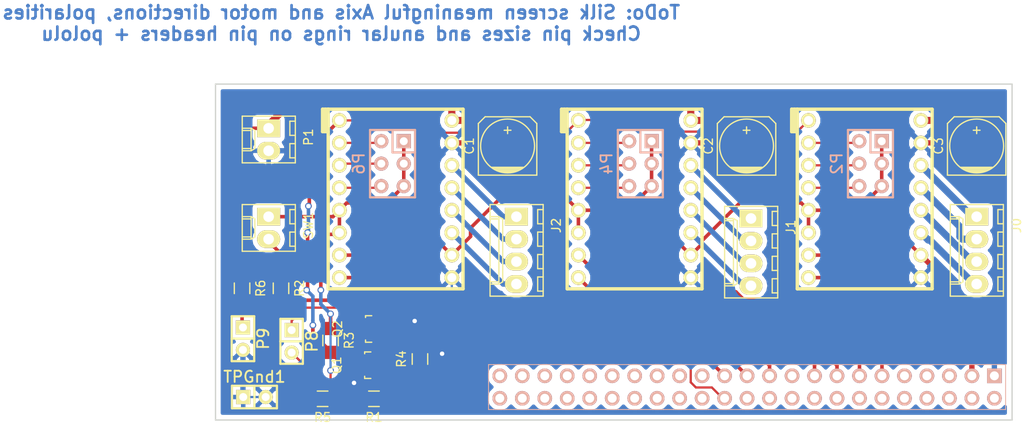
<source format=kicad_pcb>
(kicad_pcb (version 4) (host pcbnew 4.0.2-stable)

  (general
    (links 85)
    (no_connects 0)
    (area 79.924999 94.924999 171.475 141.6192)
    (thickness 1.6)
    (drawings 5)
    (tracks 311)
    (zones 0)
    (modules 26)
    (nets 74)
  )

  (page A4)
  (layers
    (0 F.Cu signal)
    (31 B.Cu signal)
    (32 B.Adhes user)
    (33 F.Adhes user)
    (34 B.Paste user)
    (35 F.Paste user)
    (36 B.SilkS user)
    (37 F.SilkS user)
    (38 B.Mask user)
    (39 F.Mask user)
    (40 Dwgs.User user)
    (41 Cmts.User user)
    (42 Eco1.User user)
    (43 Eco2.User user)
    (44 Edge.Cuts user)
    (45 Margin user)
    (46 B.CrtYd user)
    (47 F.CrtYd user)
    (48 B.Fab user)
    (49 F.Fab user)
  )

  (setup
    (last_trace_width 0.25)
    (user_trace_width 0.2)
    (user_trace_width 0.25)
    (user_trace_width 0.4)
    (user_trace_width 0.6)
    (trace_clearance 0.2)
    (zone_clearance 0.508)
    (zone_45_only no)
    (trace_min 0.2)
    (segment_width 0.2)
    (edge_width 0.15)
    (via_size 0.75)
    (via_drill 0.5)
    (via_min_size 0.4)
    (via_min_drill 0.3)
    (uvia_size 0.3)
    (uvia_drill 0.1)
    (uvias_allowed no)
    (uvia_min_size 0.2)
    (uvia_min_drill 0.1)
    (pcb_text_width 0.3)
    (pcb_text_size 1.5 1.5)
    (mod_edge_width 0.15)
    (mod_text_size 1 1)
    (mod_text_width 0.15)
    (pad_size 1.524 1.524)
    (pad_drill 0.762)
    (pad_to_mask_clearance 0.2)
    (aux_axis_origin 0 0)
    (visible_elements 7FFFFFFF)
    (pcbplotparams
      (layerselection 0x00030_80000001)
      (usegerberextensions false)
      (excludeedgelayer true)
      (linewidth 0.100000)
      (plotframeref false)
      (viasonmask false)
      (mode 1)
      (useauxorigin false)
      (hpglpennumber 1)
      (hpglpenspeed 20)
      (hpglpendiameter 15)
      (hpglpenoverlay 2)
      (psnegative false)
      (psa4output false)
      (plotreference true)
      (plotvalue true)
      (plotinvisibletext false)
      (padsonsilk false)
      (subtractmaskfromsilk false)
      (outputformat 1)
      (mirror false)
      (drillshape 1)
      (scaleselection 1)
      (outputdirectory ""))
  )

  (net 0 "")
  (net 1 /Vm)
  (net 2 GND)
  (net 3 "Net-(J0-Pad1)")
  (net 4 "Net-(J0-Pad2)")
  (net 5 "Net-(J0-Pad3)")
  (net 6 "Net-(J0-Pad4)")
  (net 7 "Net-(J1-Pad1)")
  (net 8 "Net-(J1-Pad2)")
  (net 9 "Net-(J1-Pad3)")
  (net 10 "Net-(J1-Pad4)")
  (net 11 "Net-(J2-Pad1)")
  (net 12 "Net-(J2-Pad2)")
  (net 13 "Net-(J2-Pad3)")
  (net 14 "Net-(J2-Pad4)")
  (net 15 +3V3)
  (net 16 "Net-(P2-Pad2)")
  (net 17 "Net-(P2-Pad4)")
  (net 18 "Net-(P2-Pad6)")
  (net 19 "Net-(P4-Pad2)")
  (net 20 "Net-(P4-Pad4)")
  (net 21 "Net-(P4-Pad6)")
  (net 22 "Net-(P6-Pad2)")
  (net 23 "Net-(P6-Pad4)")
  (net 24 "Net-(P6-Pad6)")
  (net 25 "Net-(P8-Pad1)")
  (net 26 "Net-(P8-Pad2)")
  (net 27 "Net-(P9-Pad1)")
  (net 28 AXIS_EN)
  (net 29 AXIS_ENB)
  (net 30 "Net-(R2-Pad1)")
  (net 31 ESTOP)
  (net 32 "Net-(U1-Pad2)")
  (net 33 "Net-(U1-Pad4)")
  (net 34 "Net-(U1-Pad5)")
  (net 35 "Net-(U1-Pad6)")
  (net 36 "Net-(U1-Pad7)")
  (net 37 "Net-(U1-Pad8)")
  (net 38 "Net-(U1-Pad9)")
  (net 39 "Net-(U1-Pad10)")
  (net 40 STEP_0)
  (net 41 "Net-(U1-Pad12)")
  (net 42 DIR_0)
  (net 43 "Net-(U1-Pad14)")
  (net 44 STEP_1)
  (net 45 "Net-(U1-Pad16)")
  (net 46 DIR_1)
  (net 47 "Net-(U1-Pad18)")
  (net 48 "Net-(U1-Pad19)")
  (net 49 "Net-(U1-Pad20)")
  (net 50 STEP_2)
  (net 51 "Net-(U1-Pad22)")
  (net 52 DIR_2)
  (net 53 "Net-(U1-Pad24)")
  (net 54 "Net-(U1-Pad27)")
  (net 55 "Net-(U1-Pad28)")
  (net 56 "Net-(U1-Pad29)")
  (net 57 "Net-(U1-Pad30)")
  (net 58 "Net-(U1-Pad31)")
  (net 59 "Net-(U1-Pad32)")
  (net 60 "Net-(U1-Pad33)")
  (net 61 "Net-(U1-Pad34)")
  (net 62 "Net-(U1-Pad35)")
  (net 63 "Net-(U1-Pad36)")
  (net 64 "Net-(U1-Pad37)")
  (net 65 "Net-(U1-Pad38)")
  (net 66 "Net-(U1-Pad39)")
  (net 67 "Net-(U1-Pad40)")
  (net 68 "Net-(U1-Pad41)")
  (net 69 "Net-(U1-Pad42)")
  (net 70 "Net-(U1-Pad43)")
  (net 71 "Net-(U1-Pad44)")
  (net 72 "Net-(U1-Pad45)")
  (net 73 "Net-(U1-Pad46)")

  (net_class Default "This is the default net class."
    (clearance 0.2)
    (trace_width 0.25)
    (via_dia 0.75)
    (via_drill 0.5)
    (uvia_dia 0.3)
    (uvia_drill 0.1)
    (add_net +3V3)
    (add_net AXIS_EN)
    (add_net AXIS_ENB)
    (add_net DIR_0)
    (add_net DIR_1)
    (add_net DIR_2)
    (add_net ESTOP)
    (add_net GND)
    (add_net "Net-(P2-Pad2)")
    (add_net "Net-(P2-Pad4)")
    (add_net "Net-(P2-Pad6)")
    (add_net "Net-(P4-Pad2)")
    (add_net "Net-(P4-Pad4)")
    (add_net "Net-(P4-Pad6)")
    (add_net "Net-(P6-Pad2)")
    (add_net "Net-(P6-Pad4)")
    (add_net "Net-(P6-Pad6)")
    (add_net "Net-(P8-Pad1)")
    (add_net "Net-(P8-Pad2)")
    (add_net "Net-(P9-Pad1)")
    (add_net "Net-(R2-Pad1)")
    (add_net "Net-(U1-Pad10)")
    (add_net "Net-(U1-Pad12)")
    (add_net "Net-(U1-Pad14)")
    (add_net "Net-(U1-Pad16)")
    (add_net "Net-(U1-Pad18)")
    (add_net "Net-(U1-Pad19)")
    (add_net "Net-(U1-Pad2)")
    (add_net "Net-(U1-Pad20)")
    (add_net "Net-(U1-Pad22)")
    (add_net "Net-(U1-Pad24)")
    (add_net "Net-(U1-Pad27)")
    (add_net "Net-(U1-Pad28)")
    (add_net "Net-(U1-Pad29)")
    (add_net "Net-(U1-Pad30)")
    (add_net "Net-(U1-Pad31)")
    (add_net "Net-(U1-Pad32)")
    (add_net "Net-(U1-Pad33)")
    (add_net "Net-(U1-Pad34)")
    (add_net "Net-(U1-Pad35)")
    (add_net "Net-(U1-Pad36)")
    (add_net "Net-(U1-Pad37)")
    (add_net "Net-(U1-Pad38)")
    (add_net "Net-(U1-Pad39)")
    (add_net "Net-(U1-Pad4)")
    (add_net "Net-(U1-Pad40)")
    (add_net "Net-(U1-Pad41)")
    (add_net "Net-(U1-Pad42)")
    (add_net "Net-(U1-Pad43)")
    (add_net "Net-(U1-Pad44)")
    (add_net "Net-(U1-Pad45)")
    (add_net "Net-(U1-Pad46)")
    (add_net "Net-(U1-Pad5)")
    (add_net "Net-(U1-Pad6)")
    (add_net "Net-(U1-Pad7)")
    (add_net "Net-(U1-Pad8)")
    (add_net "Net-(U1-Pad9)")
    (add_net STEP_0)
    (add_net STEP_1)
    (add_net STEP_2)
  )

  (net_class Vpwr ""
    (clearance 0.2)
    (trace_width 0.8)
    (via_dia 0.9)
    (via_drill 0.5)
    (uvia_dia 0.3)
    (uvia_drill 0.1)
    (add_net /Vm)
    (add_net "Net-(J0-Pad1)")
    (add_net "Net-(J0-Pad2)")
    (add_net "Net-(J0-Pad3)")
    (add_net "Net-(J0-Pad4)")
    (add_net "Net-(J1-Pad1)")
    (add_net "Net-(J1-Pad2)")
    (add_net "Net-(J1-Pad3)")
    (add_net "Net-(J1-Pad4)")
    (add_net "Net-(J2-Pad1)")
    (add_net "Net-(J2-Pad2)")
    (add_net "Net-(J2-Pad3)")
    (add_net "Net-(J2-Pad4)")
  )

  (module Capacitors_SMD:c_elec_6.3x7.7 (layer F.Cu) (tedit 556FDD06) (tstamp 577016D4)
    (at 113 102 90)
    (descr "SMT capacitor, aluminium electrolytic, 6.3x7.7")
    (path /576B0755)
    (attr smd)
    (fp_text reference C1 (at 0 -4.318 90) (layer F.SilkS)
      (effects (font (size 1 1) (thickness 0.15)))
    )
    (fp_text value "100u 35v" (at 0 4.318 90) (layer F.Fab)
      (effects (font (size 1 1) (thickness 0.15)))
    )
    (fp_line (start -4.85 -3.55) (end 4.85 -3.55) (layer F.CrtYd) (width 0.05))
    (fp_line (start 4.85 -3.55) (end 4.85 3.55) (layer F.CrtYd) (width 0.05))
    (fp_line (start 4.85 3.55) (end -4.85 3.55) (layer F.CrtYd) (width 0.05))
    (fp_line (start -4.85 3.55) (end -4.85 -3.55) (layer F.CrtYd) (width 0.05))
    (fp_line (start -2.921 -0.762) (end -2.921 0.762) (layer F.SilkS) (width 0.15))
    (fp_line (start -2.794 1.143) (end -2.794 -1.143) (layer F.SilkS) (width 0.15))
    (fp_line (start -2.667 -1.397) (end -2.667 1.397) (layer F.SilkS) (width 0.15))
    (fp_line (start -2.54 1.651) (end -2.54 -1.651) (layer F.SilkS) (width 0.15))
    (fp_line (start -2.413 -1.778) (end -2.413 1.778) (layer F.SilkS) (width 0.15))
    (fp_line (start -3.302 -3.302) (end -3.302 3.302) (layer F.SilkS) (width 0.15))
    (fp_line (start -3.302 3.302) (end 2.54 3.302) (layer F.SilkS) (width 0.15))
    (fp_line (start 2.54 3.302) (end 3.302 2.54) (layer F.SilkS) (width 0.15))
    (fp_line (start 3.302 2.54) (end 3.302 -2.54) (layer F.SilkS) (width 0.15))
    (fp_line (start 3.302 -2.54) (end 2.54 -3.302) (layer F.SilkS) (width 0.15))
    (fp_line (start 2.54 -3.302) (end -3.302 -3.302) (layer F.SilkS) (width 0.15))
    (fp_line (start 2.159 0) (end 1.397 0) (layer F.SilkS) (width 0.15))
    (fp_line (start 1.778 -0.381) (end 1.778 0.381) (layer F.SilkS) (width 0.15))
    (fp_circle (center 0 0) (end -3.048 0) (layer F.SilkS) (width 0.15))
    (pad 1 smd rect (at 2.75082 0 90) (size 3.59918 1.6002) (layers F.Cu F.Paste F.Mask)
      (net 1 /Vm))
    (pad 2 smd rect (at -2.75082 0 90) (size 3.59918 1.6002) (layers F.Cu F.Paste F.Mask)
      (net 2 GND))
    (model Capacitors_SMD.3dshapes/c_elec_6.3x7.7.wrl
      (at (xyz 0 0 0))
      (scale (xyz 1 1 1))
      (rotate (xyz 0 0 0))
    )
  )

  (module Capacitors_SMD:c_elec_6.3x7.7 (layer F.Cu) (tedit 556FDD06) (tstamp 577016DA)
    (at 140 102 90)
    (descr "SMT capacitor, aluminium electrolytic, 6.3x7.7")
    (path /576C2904)
    (attr smd)
    (fp_text reference C2 (at 0 -4.318 90) (layer F.SilkS)
      (effects (font (size 1 1) (thickness 0.15)))
    )
    (fp_text value CP1 (at 0 4.318 90) (layer F.Fab)
      (effects (font (size 1 1) (thickness 0.15)))
    )
    (fp_line (start -4.85 -3.55) (end 4.85 -3.55) (layer F.CrtYd) (width 0.05))
    (fp_line (start 4.85 -3.55) (end 4.85 3.55) (layer F.CrtYd) (width 0.05))
    (fp_line (start 4.85 3.55) (end -4.85 3.55) (layer F.CrtYd) (width 0.05))
    (fp_line (start -4.85 3.55) (end -4.85 -3.55) (layer F.CrtYd) (width 0.05))
    (fp_line (start -2.921 -0.762) (end -2.921 0.762) (layer F.SilkS) (width 0.15))
    (fp_line (start -2.794 1.143) (end -2.794 -1.143) (layer F.SilkS) (width 0.15))
    (fp_line (start -2.667 -1.397) (end -2.667 1.397) (layer F.SilkS) (width 0.15))
    (fp_line (start -2.54 1.651) (end -2.54 -1.651) (layer F.SilkS) (width 0.15))
    (fp_line (start -2.413 -1.778) (end -2.413 1.778) (layer F.SilkS) (width 0.15))
    (fp_line (start -3.302 -3.302) (end -3.302 3.302) (layer F.SilkS) (width 0.15))
    (fp_line (start -3.302 3.302) (end 2.54 3.302) (layer F.SilkS) (width 0.15))
    (fp_line (start 2.54 3.302) (end 3.302 2.54) (layer F.SilkS) (width 0.15))
    (fp_line (start 3.302 2.54) (end 3.302 -2.54) (layer F.SilkS) (width 0.15))
    (fp_line (start 3.302 -2.54) (end 2.54 -3.302) (layer F.SilkS) (width 0.15))
    (fp_line (start 2.54 -3.302) (end -3.302 -3.302) (layer F.SilkS) (width 0.15))
    (fp_line (start 2.159 0) (end 1.397 0) (layer F.SilkS) (width 0.15))
    (fp_line (start 1.778 -0.381) (end 1.778 0.381) (layer F.SilkS) (width 0.15))
    (fp_circle (center 0 0) (end -3.048 0) (layer F.SilkS) (width 0.15))
    (pad 1 smd rect (at 2.75082 0 90) (size 3.59918 1.6002) (layers F.Cu F.Paste F.Mask)
      (net 1 /Vm))
    (pad 2 smd rect (at -2.75082 0 90) (size 3.59918 1.6002) (layers F.Cu F.Paste F.Mask)
      (net 2 GND))
    (model Capacitors_SMD.3dshapes/c_elec_6.3x7.7.wrl
      (at (xyz 0 0 0))
      (scale (xyz 1 1 1))
      (rotate (xyz 0 0 0))
    )
  )

  (module Capacitors_SMD:c_elec_6.3x7.7 (layer F.Cu) (tedit 556FDD06) (tstamp 577016E0)
    (at 166 102 90)
    (descr "SMT capacitor, aluminium electrolytic, 6.3x7.7")
    (path /576C2D2C)
    (attr smd)
    (fp_text reference C3 (at 0 -4.318 90) (layer F.SilkS)
      (effects (font (size 1 1) (thickness 0.15)))
    )
    (fp_text value CP1 (at 0 4.318 90) (layer F.Fab)
      (effects (font (size 1 1) (thickness 0.15)))
    )
    (fp_line (start -4.85 -3.55) (end 4.85 -3.55) (layer F.CrtYd) (width 0.05))
    (fp_line (start 4.85 -3.55) (end 4.85 3.55) (layer F.CrtYd) (width 0.05))
    (fp_line (start 4.85 3.55) (end -4.85 3.55) (layer F.CrtYd) (width 0.05))
    (fp_line (start -4.85 3.55) (end -4.85 -3.55) (layer F.CrtYd) (width 0.05))
    (fp_line (start -2.921 -0.762) (end -2.921 0.762) (layer F.SilkS) (width 0.15))
    (fp_line (start -2.794 1.143) (end -2.794 -1.143) (layer F.SilkS) (width 0.15))
    (fp_line (start -2.667 -1.397) (end -2.667 1.397) (layer F.SilkS) (width 0.15))
    (fp_line (start -2.54 1.651) (end -2.54 -1.651) (layer F.SilkS) (width 0.15))
    (fp_line (start -2.413 -1.778) (end -2.413 1.778) (layer F.SilkS) (width 0.15))
    (fp_line (start -3.302 -3.302) (end -3.302 3.302) (layer F.SilkS) (width 0.15))
    (fp_line (start -3.302 3.302) (end 2.54 3.302) (layer F.SilkS) (width 0.15))
    (fp_line (start 2.54 3.302) (end 3.302 2.54) (layer F.SilkS) (width 0.15))
    (fp_line (start 3.302 2.54) (end 3.302 -2.54) (layer F.SilkS) (width 0.15))
    (fp_line (start 3.302 -2.54) (end 2.54 -3.302) (layer F.SilkS) (width 0.15))
    (fp_line (start 2.54 -3.302) (end -3.302 -3.302) (layer F.SilkS) (width 0.15))
    (fp_line (start 2.159 0) (end 1.397 0) (layer F.SilkS) (width 0.15))
    (fp_line (start 1.778 -0.381) (end 1.778 0.381) (layer F.SilkS) (width 0.15))
    (fp_circle (center 0 0) (end -3.048 0) (layer F.SilkS) (width 0.15))
    (pad 1 smd rect (at 2.75082 0 90) (size 3.59918 1.6002) (layers F.Cu F.Paste F.Mask)
      (net 1 /Vm))
    (pad 2 smd rect (at -2.75082 0 90) (size 3.59918 1.6002) (layers F.Cu F.Paste F.Mask)
      (net 2 GND))
    (model Capacitors_SMD.3dshapes/c_elec_6.3x7.7.wrl
      (at (xyz 0 0 0))
      (scale (xyz 1 1 1))
      (rotate (xyz 0 0 0))
    )
  )

  (module Connectors_Molex:Molex_KK_6410-04 (layer F.Cu) (tedit 56C6219D) (tstamp 577016E8)
    (at 166 110 270)
    (descr "Connector Headers with Friction Lock, 22-27-2041, http://www.molex.com/pdm_docs/sd/022272021_sd.pdf")
    (tags "connector molex kk_6410 22-27-2041")
    (path /576B005A)
    (fp_text reference J0 (at 1 -4.5 270) (layer F.SilkS)
      (effects (font (size 1 1) (thickness 0.15)))
    )
    (fp_text value CONN_01X04 (at 3.81 4.5 270) (layer F.Fab)
      (effects (font (size 1 1) (thickness 0.15)))
    )
    (fp_line (start -1.37 -3.02) (end -1.37 2.98) (layer F.SilkS) (width 0.15))
    (fp_line (start -1.37 2.98) (end 8.99 2.98) (layer F.SilkS) (width 0.15))
    (fp_line (start 8.99 2.98) (end 8.99 -3.02) (layer F.SilkS) (width 0.15))
    (fp_line (start 8.99 -3.02) (end -1.37 -3.02) (layer F.SilkS) (width 0.15))
    (fp_line (start 0 2.98) (end 0 1.98) (layer F.SilkS) (width 0.15))
    (fp_line (start 0 1.98) (end 7.62 1.98) (layer F.SilkS) (width 0.15))
    (fp_line (start 7.62 1.98) (end 7.62 2.98) (layer F.SilkS) (width 0.15))
    (fp_line (start 0 1.98) (end 0.25 1.55) (layer F.SilkS) (width 0.15))
    (fp_line (start 0.25 1.55) (end 7.37 1.55) (layer F.SilkS) (width 0.15))
    (fp_line (start 7.37 1.55) (end 7.62 1.98) (layer F.SilkS) (width 0.15))
    (fp_line (start 0.25 2.98) (end 0.25 1.98) (layer F.SilkS) (width 0.15))
    (fp_line (start 7.37 2.98) (end 7.37 1.98) (layer F.SilkS) (width 0.15))
    (fp_line (start -0.8 -3.02) (end -0.8 -2.4) (layer F.SilkS) (width 0.15))
    (fp_line (start -0.8 -2.4) (end 0.8 -2.4) (layer F.SilkS) (width 0.15))
    (fp_line (start 0.8 -2.4) (end 0.8 -3.02) (layer F.SilkS) (width 0.15))
    (fp_line (start 1.74 -3.02) (end 1.74 -2.4) (layer F.SilkS) (width 0.15))
    (fp_line (start 1.74 -2.4) (end 3.34 -2.4) (layer F.SilkS) (width 0.15))
    (fp_line (start 3.34 -2.4) (end 3.34 -3.02) (layer F.SilkS) (width 0.15))
    (fp_line (start 4.28 -3.02) (end 4.28 -2.4) (layer F.SilkS) (width 0.15))
    (fp_line (start 4.28 -2.4) (end 5.88 -2.4) (layer F.SilkS) (width 0.15))
    (fp_line (start 5.88 -2.4) (end 5.88 -3.02) (layer F.SilkS) (width 0.15))
    (fp_line (start 6.82 -3.02) (end 6.82 -2.4) (layer F.SilkS) (width 0.15))
    (fp_line (start 6.82 -2.4) (end 8.42 -2.4) (layer F.SilkS) (width 0.15))
    (fp_line (start 8.42 -2.4) (end 8.42 -3.02) (layer F.SilkS) (width 0.15))
    (fp_line (start -1.9 3.5) (end -1.9 -3.55) (layer F.CrtYd) (width 0.05))
    (fp_line (start -1.9 -3.55) (end 9.5 -3.55) (layer F.CrtYd) (width 0.05))
    (fp_line (start 9.5 -3.55) (end 9.5 3.5) (layer F.CrtYd) (width 0.05))
    (fp_line (start 9.5 3.5) (end -1.9 3.5) (layer F.CrtYd) (width 0.05))
    (pad 1 thru_hole rect (at 0 0 270) (size 2 2.6) (drill 1.2) (layers *.Cu *.Mask F.SilkS)
      (net 3 "Net-(J0-Pad1)"))
    (pad 2 thru_hole oval (at 2.54 0 270) (size 2 2.6) (drill 1.2) (layers *.Cu *.Mask F.SilkS)
      (net 4 "Net-(J0-Pad2)"))
    (pad 3 thru_hole oval (at 5.08 0 270) (size 2 2.6) (drill 1.2) (layers *.Cu *.Mask F.SilkS)
      (net 5 "Net-(J0-Pad3)"))
    (pad 4 thru_hole oval (at 7.62 0 270) (size 2 2.6) (drill 1.2) (layers *.Cu *.Mask F.SilkS)
      (net 6 "Net-(J0-Pad4)"))
  )

  (module Connectors_Molex:Molex_KK_6410-04 (layer F.Cu) (tedit 56C6219D) (tstamp 577016F0)
    (at 140.5 110.2 270)
    (descr "Connector Headers with Friction Lock, 22-27-2041, http://www.molex.com/pdm_docs/sd/022272021_sd.pdf")
    (tags "connector molex kk_6410 22-27-2041")
    (path /576C28F0)
    (fp_text reference J1 (at 1 -4.5 270) (layer F.SilkS)
      (effects (font (size 1 1) (thickness 0.15)))
    )
    (fp_text value CONN_01X04 (at 3.81 4.5 270) (layer F.Fab)
      (effects (font (size 1 1) (thickness 0.15)))
    )
    (fp_line (start -1.37 -3.02) (end -1.37 2.98) (layer F.SilkS) (width 0.15))
    (fp_line (start -1.37 2.98) (end 8.99 2.98) (layer F.SilkS) (width 0.15))
    (fp_line (start 8.99 2.98) (end 8.99 -3.02) (layer F.SilkS) (width 0.15))
    (fp_line (start 8.99 -3.02) (end -1.37 -3.02) (layer F.SilkS) (width 0.15))
    (fp_line (start 0 2.98) (end 0 1.98) (layer F.SilkS) (width 0.15))
    (fp_line (start 0 1.98) (end 7.62 1.98) (layer F.SilkS) (width 0.15))
    (fp_line (start 7.62 1.98) (end 7.62 2.98) (layer F.SilkS) (width 0.15))
    (fp_line (start 0 1.98) (end 0.25 1.55) (layer F.SilkS) (width 0.15))
    (fp_line (start 0.25 1.55) (end 7.37 1.55) (layer F.SilkS) (width 0.15))
    (fp_line (start 7.37 1.55) (end 7.62 1.98) (layer F.SilkS) (width 0.15))
    (fp_line (start 0.25 2.98) (end 0.25 1.98) (layer F.SilkS) (width 0.15))
    (fp_line (start 7.37 2.98) (end 7.37 1.98) (layer F.SilkS) (width 0.15))
    (fp_line (start -0.8 -3.02) (end -0.8 -2.4) (layer F.SilkS) (width 0.15))
    (fp_line (start -0.8 -2.4) (end 0.8 -2.4) (layer F.SilkS) (width 0.15))
    (fp_line (start 0.8 -2.4) (end 0.8 -3.02) (layer F.SilkS) (width 0.15))
    (fp_line (start 1.74 -3.02) (end 1.74 -2.4) (layer F.SilkS) (width 0.15))
    (fp_line (start 1.74 -2.4) (end 3.34 -2.4) (layer F.SilkS) (width 0.15))
    (fp_line (start 3.34 -2.4) (end 3.34 -3.02) (layer F.SilkS) (width 0.15))
    (fp_line (start 4.28 -3.02) (end 4.28 -2.4) (layer F.SilkS) (width 0.15))
    (fp_line (start 4.28 -2.4) (end 5.88 -2.4) (layer F.SilkS) (width 0.15))
    (fp_line (start 5.88 -2.4) (end 5.88 -3.02) (layer F.SilkS) (width 0.15))
    (fp_line (start 6.82 -3.02) (end 6.82 -2.4) (layer F.SilkS) (width 0.15))
    (fp_line (start 6.82 -2.4) (end 8.42 -2.4) (layer F.SilkS) (width 0.15))
    (fp_line (start 8.42 -2.4) (end 8.42 -3.02) (layer F.SilkS) (width 0.15))
    (fp_line (start -1.9 3.5) (end -1.9 -3.55) (layer F.CrtYd) (width 0.05))
    (fp_line (start -1.9 -3.55) (end 9.5 -3.55) (layer F.CrtYd) (width 0.05))
    (fp_line (start 9.5 -3.55) (end 9.5 3.5) (layer F.CrtYd) (width 0.05))
    (fp_line (start 9.5 3.5) (end -1.9 3.5) (layer F.CrtYd) (width 0.05))
    (pad 1 thru_hole rect (at 0 0 270) (size 2 2.6) (drill 1.2) (layers *.Cu *.Mask F.SilkS)
      (net 7 "Net-(J1-Pad1)"))
    (pad 2 thru_hole oval (at 2.54 0 270) (size 2 2.6) (drill 1.2) (layers *.Cu *.Mask F.SilkS)
      (net 8 "Net-(J1-Pad2)"))
    (pad 3 thru_hole oval (at 5.08 0 270) (size 2 2.6) (drill 1.2) (layers *.Cu *.Mask F.SilkS)
      (net 9 "Net-(J1-Pad3)"))
    (pad 4 thru_hole oval (at 7.62 0 270) (size 2 2.6) (drill 1.2) (layers *.Cu *.Mask F.SilkS)
      (net 10 "Net-(J1-Pad4)"))
  )

  (module Connectors_Molex:Molex_KK_6410-04 (layer F.Cu) (tedit 56C6219D) (tstamp 577016F8)
    (at 114 110 270)
    (descr "Connector Headers with Friction Lock, 22-27-2041, http://www.molex.com/pdm_docs/sd/022272021_sd.pdf")
    (tags "connector molex kk_6410 22-27-2041")
    (path /576C2D18)
    (fp_text reference J2 (at 1 -4.5 270) (layer F.SilkS)
      (effects (font (size 1 1) (thickness 0.15)))
    )
    (fp_text value CONN_01X04 (at 3.81 4.5 270) (layer F.Fab)
      (effects (font (size 1 1) (thickness 0.15)))
    )
    (fp_line (start -1.37 -3.02) (end -1.37 2.98) (layer F.SilkS) (width 0.15))
    (fp_line (start -1.37 2.98) (end 8.99 2.98) (layer F.SilkS) (width 0.15))
    (fp_line (start 8.99 2.98) (end 8.99 -3.02) (layer F.SilkS) (width 0.15))
    (fp_line (start 8.99 -3.02) (end -1.37 -3.02) (layer F.SilkS) (width 0.15))
    (fp_line (start 0 2.98) (end 0 1.98) (layer F.SilkS) (width 0.15))
    (fp_line (start 0 1.98) (end 7.62 1.98) (layer F.SilkS) (width 0.15))
    (fp_line (start 7.62 1.98) (end 7.62 2.98) (layer F.SilkS) (width 0.15))
    (fp_line (start 0 1.98) (end 0.25 1.55) (layer F.SilkS) (width 0.15))
    (fp_line (start 0.25 1.55) (end 7.37 1.55) (layer F.SilkS) (width 0.15))
    (fp_line (start 7.37 1.55) (end 7.62 1.98) (layer F.SilkS) (width 0.15))
    (fp_line (start 0.25 2.98) (end 0.25 1.98) (layer F.SilkS) (width 0.15))
    (fp_line (start 7.37 2.98) (end 7.37 1.98) (layer F.SilkS) (width 0.15))
    (fp_line (start -0.8 -3.02) (end -0.8 -2.4) (layer F.SilkS) (width 0.15))
    (fp_line (start -0.8 -2.4) (end 0.8 -2.4) (layer F.SilkS) (width 0.15))
    (fp_line (start 0.8 -2.4) (end 0.8 -3.02) (layer F.SilkS) (width 0.15))
    (fp_line (start 1.74 -3.02) (end 1.74 -2.4) (layer F.SilkS) (width 0.15))
    (fp_line (start 1.74 -2.4) (end 3.34 -2.4) (layer F.SilkS) (width 0.15))
    (fp_line (start 3.34 -2.4) (end 3.34 -3.02) (layer F.SilkS) (width 0.15))
    (fp_line (start 4.28 -3.02) (end 4.28 -2.4) (layer F.SilkS) (width 0.15))
    (fp_line (start 4.28 -2.4) (end 5.88 -2.4) (layer F.SilkS) (width 0.15))
    (fp_line (start 5.88 -2.4) (end 5.88 -3.02) (layer F.SilkS) (width 0.15))
    (fp_line (start 6.82 -3.02) (end 6.82 -2.4) (layer F.SilkS) (width 0.15))
    (fp_line (start 6.82 -2.4) (end 8.42 -2.4) (layer F.SilkS) (width 0.15))
    (fp_line (start 8.42 -2.4) (end 8.42 -3.02) (layer F.SilkS) (width 0.15))
    (fp_line (start -1.9 3.5) (end -1.9 -3.55) (layer F.CrtYd) (width 0.05))
    (fp_line (start -1.9 -3.55) (end 9.5 -3.55) (layer F.CrtYd) (width 0.05))
    (fp_line (start 9.5 -3.55) (end 9.5 3.5) (layer F.CrtYd) (width 0.05))
    (fp_line (start 9.5 3.5) (end -1.9 3.5) (layer F.CrtYd) (width 0.05))
    (pad 1 thru_hole rect (at 0 0 270) (size 2 2.6) (drill 1.2) (layers *.Cu *.Mask F.SilkS)
      (net 11 "Net-(J2-Pad1)"))
    (pad 2 thru_hole oval (at 2.54 0 270) (size 2 2.6) (drill 1.2) (layers *.Cu *.Mask F.SilkS)
      (net 12 "Net-(J2-Pad2)"))
    (pad 3 thru_hole oval (at 5.08 0 270) (size 2 2.6) (drill 1.2) (layers *.Cu *.Mask F.SilkS)
      (net 13 "Net-(J2-Pad3)"))
    (pad 4 thru_hole oval (at 7.62 0 270) (size 2 2.6) (drill 1.2) (layers *.Cu *.Mask F.SilkS)
      (net 14 "Net-(J2-Pad4)"))
  )

  (module Connectors_Molex:Molex_KK_6410-02 (layer F.Cu) (tedit 56C6219C) (tstamp 577016FE)
    (at 86 100 270)
    (descr "Connector Headers with Friction Lock, 22-27-2021, http://www.molex.com/pdm_docs/sd/022272021_sd.pdf")
    (tags "connector molex kk_6410 22-27-2021")
    (path /576AF604)
    (fp_text reference P1 (at 1 -4.5 270) (layer F.SilkS)
      (effects (font (size 1 1) (thickness 0.15)))
    )
    (fp_text value VM_IN (at 1.27 4.5 270) (layer F.Fab)
      (effects (font (size 1 1) (thickness 0.15)))
    )
    (fp_line (start -1.37 -3.02) (end -1.37 2.98) (layer F.SilkS) (width 0.15))
    (fp_line (start -1.37 2.98) (end 3.91 2.98) (layer F.SilkS) (width 0.15))
    (fp_line (start 3.91 2.98) (end 3.91 -3.02) (layer F.SilkS) (width 0.15))
    (fp_line (start 3.91 -3.02) (end -1.37 -3.02) (layer F.SilkS) (width 0.15))
    (fp_line (start 0 2.98) (end 0 1.98) (layer F.SilkS) (width 0.15))
    (fp_line (start 0 1.98) (end 2.54 1.98) (layer F.SilkS) (width 0.15))
    (fp_line (start 2.54 1.98) (end 2.54 2.98) (layer F.SilkS) (width 0.15))
    (fp_line (start 0 1.98) (end 0.25 1.55) (layer F.SilkS) (width 0.15))
    (fp_line (start 0.25 1.55) (end 2.29 1.55) (layer F.SilkS) (width 0.15))
    (fp_line (start 2.29 1.55) (end 2.54 1.98) (layer F.SilkS) (width 0.15))
    (fp_line (start 0.25 2.98) (end 0.25 1.98) (layer F.SilkS) (width 0.15))
    (fp_line (start 2.29 2.98) (end 2.29 1.98) (layer F.SilkS) (width 0.15))
    (fp_line (start -0.8 -3.02) (end -0.8 -2.4) (layer F.SilkS) (width 0.15))
    (fp_line (start -0.8 -2.4) (end 0.8 -2.4) (layer F.SilkS) (width 0.15))
    (fp_line (start 0.8 -2.4) (end 0.8 -3.02) (layer F.SilkS) (width 0.15))
    (fp_line (start 1.74 -3.02) (end 1.74 -2.4) (layer F.SilkS) (width 0.15))
    (fp_line (start 1.74 -2.4) (end 3.34 -2.4) (layer F.SilkS) (width 0.15))
    (fp_line (start 3.34 -2.4) (end 3.34 -3.02) (layer F.SilkS) (width 0.15))
    (fp_line (start -1.9 3.5) (end -1.9 -3.55) (layer F.CrtYd) (width 0.05))
    (fp_line (start -1.9 -3.55) (end 4.45 -3.55) (layer F.CrtYd) (width 0.05))
    (fp_line (start 4.45 -3.55) (end 4.45 3.5) (layer F.CrtYd) (width 0.05))
    (fp_line (start 4.45 3.5) (end -1.9 3.5) (layer F.CrtYd) (width 0.05))
    (pad 1 thru_hole rect (at 0 0 270) (size 2 2.6) (drill 1.2) (layers *.Cu *.Mask F.SilkS)
      (net 1 /Vm))
    (pad 2 thru_hole oval (at 2.54 0 270) (size 2 2.6) (drill 1.2) (layers *.Cu *.Mask F.SilkS)
      (net 2 GND))
  )

  (module PIN_Hdr:Pin_Header_Straight_2x03 (layer B.Cu) (tedit 0) (tstamp 57701710)
    (at 154 104 270)
    (descr "1 pin")
    (tags "CONN DEV")
    (path /576C221B)
    (fp_text reference P2 (at 0 3.81 270) (layer B.SilkS)
      (effects (font (size 1.27 1.27) (thickness 0.2032)) (justify mirror))
    )
    (fp_text value CONN_02X03 (at 0 0 270) (layer B.SilkS) hide
      (effects (font (size 1.27 1.27) (thickness 0.2032)) (justify mirror))
    )
    (fp_line (start -3.81 0) (end -1.27 0) (layer B.SilkS) (width 0.254))
    (fp_line (start -1.27 0) (end -1.27 -2.54) (layer B.SilkS) (width 0.254))
    (fp_line (start -3.81 -2.54) (end 3.81 -2.54) (layer B.SilkS) (width 0.254))
    (fp_line (start 3.81 -2.54) (end 3.81 2.54) (layer B.SilkS) (width 0.254))
    (fp_line (start 3.81 2.54) (end -1.27 2.54) (layer B.SilkS) (width 0.254))
    (fp_line (start -3.81 -2.54) (end -3.81 0) (layer B.SilkS) (width 0.254))
    (fp_line (start -3.81 2.54) (end -3.81 0) (layer B.SilkS) (width 0.254))
    (fp_line (start -1.27 2.54) (end -3.81 2.54) (layer B.SilkS) (width 0.254))
    (pad 1 thru_hole rect (at -2.54 -1.27 270) (size 1.6 1.6) (drill 0.9) (layers *.Cu *.Mask B.SilkS)
      (net 15 +3V3))
    (pad 2 thru_hole circle (at -2.54 1.27 270) (size 1.6 1.6) (drill 0.9) (layers *.Cu *.Mask B.SilkS)
      (net 16 "Net-(P2-Pad2)"))
    (pad 3 thru_hole circle (at 0 -1.27 270) (size 1.6 1.6) (drill 0.9) (layers *.Cu *.Mask B.SilkS)
      (net 15 +3V3))
    (pad 4 thru_hole circle (at 0 1.27 270) (size 1.6 1.6) (drill 0.9) (layers *.Cu *.Mask B.SilkS)
      (net 17 "Net-(P2-Pad4)"))
    (pad 5 thru_hole circle (at 2.54 -1.27 270) (size 1.6 1.6) (drill 0.9) (layers *.Cu *.Mask B.SilkS)
      (net 15 +3V3))
    (pad 6 thru_hole circle (at 2.54 1.27 270) (size 1.6 1.6) (drill 0.9) (layers *.Cu *.Mask B.SilkS)
      (net 18 "Net-(P2-Pad6)"))
    (model Pin_Headers/Pin_Header_Straight_2x03.wrl
      (at (xyz 0 0 0))
      (scale (xyz 1 1 1))
      (rotate (xyz 0 0 0))
    )
  )

  (module PIN_Hdr:Pin_Header_Straight_2x03 (layer B.Cu) (tedit 0) (tstamp 57701722)
    (at 128 104 270)
    (descr "1 pin")
    (tags "CONN DEV")
    (path /576C2918)
    (fp_text reference P4 (at 0 3.81 270) (layer B.SilkS)
      (effects (font (size 1.27 1.27) (thickness 0.2032)) (justify mirror))
    )
    (fp_text value CONN_02X03 (at 0 0 270) (layer B.SilkS) hide
      (effects (font (size 1.27 1.27) (thickness 0.2032)) (justify mirror))
    )
    (fp_line (start -3.81 0) (end -1.27 0) (layer B.SilkS) (width 0.254))
    (fp_line (start -1.27 0) (end -1.27 -2.54) (layer B.SilkS) (width 0.254))
    (fp_line (start -3.81 -2.54) (end 3.81 -2.54) (layer B.SilkS) (width 0.254))
    (fp_line (start 3.81 -2.54) (end 3.81 2.54) (layer B.SilkS) (width 0.254))
    (fp_line (start 3.81 2.54) (end -1.27 2.54) (layer B.SilkS) (width 0.254))
    (fp_line (start -3.81 -2.54) (end -3.81 0) (layer B.SilkS) (width 0.254))
    (fp_line (start -3.81 2.54) (end -3.81 0) (layer B.SilkS) (width 0.254))
    (fp_line (start -1.27 2.54) (end -3.81 2.54) (layer B.SilkS) (width 0.254))
    (pad 1 thru_hole rect (at -2.54 -1.27 270) (size 1.6 1.6) (drill 0.9) (layers *.Cu *.Mask B.SilkS)
      (net 15 +3V3))
    (pad 2 thru_hole circle (at -2.54 1.27 270) (size 1.6 1.6) (drill 0.9) (layers *.Cu *.Mask B.SilkS)
      (net 19 "Net-(P4-Pad2)"))
    (pad 3 thru_hole circle (at 0 -1.27 270) (size 1.6 1.6) (drill 0.9) (layers *.Cu *.Mask B.SilkS)
      (net 15 +3V3))
    (pad 4 thru_hole circle (at 0 1.27 270) (size 1.6 1.6) (drill 0.9) (layers *.Cu *.Mask B.SilkS)
      (net 20 "Net-(P4-Pad4)"))
    (pad 5 thru_hole circle (at 2.54 -1.27 270) (size 1.6 1.6) (drill 0.9) (layers *.Cu *.Mask B.SilkS)
      (net 15 +3V3))
    (pad 6 thru_hole circle (at 2.54 1.27 270) (size 1.6 1.6) (drill 0.9) (layers *.Cu *.Mask B.SilkS)
      (net 21 "Net-(P4-Pad6)"))
    (model Pin_Headers/Pin_Header_Straight_2x03.wrl
      (at (xyz 0 0 0))
      (scale (xyz 1 1 1))
      (rotate (xyz 0 0 0))
    )
  )

  (module PIN_Hdr:Pin_Header_Straight_2x03 (layer B.Cu) (tedit 0) (tstamp 57701734)
    (at 100 104 270)
    (descr "1 pin")
    (tags "CONN DEV")
    (path /576C2D40)
    (fp_text reference P6 (at 0 3.81 270) (layer B.SilkS)
      (effects (font (size 1.27 1.27) (thickness 0.2032)) (justify mirror))
    )
    (fp_text value CONN_02X03 (at 0 0 270) (layer B.SilkS) hide
      (effects (font (size 1.27 1.27) (thickness 0.2032)) (justify mirror))
    )
    (fp_line (start -3.81 0) (end -1.27 0) (layer B.SilkS) (width 0.254))
    (fp_line (start -1.27 0) (end -1.27 -2.54) (layer B.SilkS) (width 0.254))
    (fp_line (start -3.81 -2.54) (end 3.81 -2.54) (layer B.SilkS) (width 0.254))
    (fp_line (start 3.81 -2.54) (end 3.81 2.54) (layer B.SilkS) (width 0.254))
    (fp_line (start 3.81 2.54) (end -1.27 2.54) (layer B.SilkS) (width 0.254))
    (fp_line (start -3.81 -2.54) (end -3.81 0) (layer B.SilkS) (width 0.254))
    (fp_line (start -3.81 2.54) (end -3.81 0) (layer B.SilkS) (width 0.254))
    (fp_line (start -1.27 2.54) (end -3.81 2.54) (layer B.SilkS) (width 0.254))
    (pad 1 thru_hole rect (at -2.54 -1.27 270) (size 1.6 1.6) (drill 0.9) (layers *.Cu *.Mask B.SilkS)
      (net 15 +3V3))
    (pad 2 thru_hole circle (at -2.54 1.27 270) (size 1.6 1.6) (drill 0.9) (layers *.Cu *.Mask B.SilkS)
      (net 22 "Net-(P6-Pad2)"))
    (pad 3 thru_hole circle (at 0 -1.27 270) (size 1.6 1.6) (drill 0.9) (layers *.Cu *.Mask B.SilkS)
      (net 15 +3V3))
    (pad 4 thru_hole circle (at 0 1.27 270) (size 1.6 1.6) (drill 0.9) (layers *.Cu *.Mask B.SilkS)
      (net 23 "Net-(P6-Pad4)"))
    (pad 5 thru_hole circle (at 2.54 -1.27 270) (size 1.6 1.6) (drill 0.9) (layers *.Cu *.Mask B.SilkS)
      (net 15 +3V3))
    (pad 6 thru_hole circle (at 2.54 1.27 270) (size 1.6 1.6) (drill 0.9) (layers *.Cu *.Mask B.SilkS)
      (net 24 "Net-(P6-Pad6)"))
    (model Pin_Headers/Pin_Header_Straight_2x03.wrl
      (at (xyz 0 0 0))
      (scale (xyz 1 1 1))
      (rotate (xyz 0 0 0))
    )
  )

  (module PIN_Hdr:Pin_Header_Straight_1x02 (layer F.Cu) (tedit 0) (tstamp 57701740)
    (at 88.6 124.1 270)
    (descr "1 pin")
    (tags "CONN DEV")
    (path /576D7630)
    (fp_text reference P8 (at 0 -2.286 270) (layer F.SilkS)
      (effects (font (size 1.27 1.27) (thickness 0.2032)))
    )
    (fp_text value AXIS_LED (at 0 0 270) (layer F.SilkS) hide
      (effects (font (size 1.27 1.27) (thickness 0.2032)))
    )
    (fp_line (start 0 -1.27) (end 0 1.27) (layer F.SilkS) (width 0.254))
    (fp_line (start -2.54 -1.27) (end -2.54 1.27) (layer F.SilkS) (width 0.254))
    (fp_line (start -2.54 1.27) (end 0 1.27) (layer F.SilkS) (width 0.254))
    (fp_line (start 0 1.27) (end 2.54 1.27) (layer F.SilkS) (width 0.254))
    (fp_line (start 2.54 1.27) (end 2.54 -1.27) (layer F.SilkS) (width 0.254))
    (fp_line (start 2.54 -1.27) (end -2.54 -1.27) (layer F.SilkS) (width 0.254))
    (pad 1 thru_hole rect (at -1.27 0 270) (size 1.6 1.6) (drill 0.9) (layers *.Cu *.Mask F.SilkS)
      (net 25 "Net-(P8-Pad1)"))
    (pad 2 thru_hole circle (at 1.27 0 270) (size 1.6 1.6) (drill 0.9) (layers *.Cu *.Mask F.SilkS)
      (net 26 "Net-(P8-Pad2)"))
    (model Pin_Headers/Pin_Header_Straight_1x02.wrl
      (at (xyz 0 0 0))
      (scale (xyz 1 1 1))
      (rotate (xyz 0 0 0))
    )
  )

  (module PIN_Hdr:Pin_Header_Straight_1x02 (layer F.Cu) (tedit 0) (tstamp 5770174C)
    (at 83.1 123.8 270)
    (descr "1 pin")
    (tags "CONN DEV")
    (path /576D8C99)
    (fp_text reference P9 (at 0 -2.286 270) (layer F.SilkS)
      (effects (font (size 1.27 1.27) (thickness 0.2032)))
    )
    (fp_text value LED_VM (at 0 0 270) (layer F.SilkS) hide
      (effects (font (size 1.27 1.27) (thickness 0.2032)))
    )
    (fp_line (start 0 -1.27) (end 0 1.27) (layer F.SilkS) (width 0.254))
    (fp_line (start -2.54 -1.27) (end -2.54 1.27) (layer F.SilkS) (width 0.254))
    (fp_line (start -2.54 1.27) (end 0 1.27) (layer F.SilkS) (width 0.254))
    (fp_line (start 0 1.27) (end 2.54 1.27) (layer F.SilkS) (width 0.254))
    (fp_line (start 2.54 1.27) (end 2.54 -1.27) (layer F.SilkS) (width 0.254))
    (fp_line (start 2.54 -1.27) (end -2.54 -1.27) (layer F.SilkS) (width 0.254))
    (pad 1 thru_hole rect (at -1.27 0 270) (size 1.6 1.6) (drill 0.9) (layers *.Cu *.Mask F.SilkS)
      (net 27 "Net-(P9-Pad1)"))
    (pad 2 thru_hole circle (at 1.27 0 270) (size 1.6 1.6) (drill 0.9) (layers *.Cu *.Mask F.SilkS)
      (net 2 GND))
    (model Pin_Headers/Pin_Header_Straight_1x02.wrl
      (at (xyz 0 0 0))
      (scale (xyz 1 1 1))
      (rotate (xyz 0 0 0))
    )
  )

  (module TO_SOT_Packages_SMD:SOT-23_Handsoldering (layer F.Cu) (tedit 54E9291B) (tstamp 57701753)
    (at 97.5 126.8 90)
    (descr "SOT-23, Handsoldering")
    (tags SOT-23)
    (path /576D667F)
    (attr smd)
    (fp_text reference Q1 (at 0 -3.81 90) (layer F.SilkS)
      (effects (font (size 1 1) (thickness 0.15)))
    )
    (fp_text value 2N7002 (at 0 3.81 90) (layer F.Fab)
      (effects (font (size 1 1) (thickness 0.15)))
    )
    (fp_line (start -1.49982 0.0508) (end -1.49982 -0.65024) (layer F.SilkS) (width 0.15))
    (fp_line (start -1.49982 -0.65024) (end -1.2509 -0.65024) (layer F.SilkS) (width 0.15))
    (fp_line (start 1.29916 -0.65024) (end 1.49982 -0.65024) (layer F.SilkS) (width 0.15))
    (fp_line (start 1.49982 -0.65024) (end 1.49982 0.0508) (layer F.SilkS) (width 0.15))
    (pad 1 smd rect (at -0.95 1.50114 90) (size 0.8001 1.80086) (layers F.Cu F.Paste F.Mask)
      (net 28 AXIS_EN))
    (pad 2 smd rect (at 0.95 1.50114 90) (size 0.8001 1.80086) (layers F.Cu F.Paste F.Mask)
      (net 2 GND))
    (pad 3 smd rect (at 0 -1.50114 90) (size 0.8001 1.80086) (layers F.Cu F.Paste F.Mask)
      (net 29 AXIS_ENB))
    (model TO_SOT_Packages_SMD.3dshapes/SOT-23_Handsoldering.wrl
      (at (xyz 0 0 0))
      (scale (xyz 1 1 1))
      (rotate (xyz 0 0 0))
    )
  )

  (module TO_SOT_Packages_SMD:SOT-23_Handsoldering (layer F.Cu) (tedit 54E9291B) (tstamp 5770175A)
    (at 97.6 122.7 90)
    (descr "SOT-23, Handsoldering")
    (tags SOT-23)
    (path /576D74C4)
    (attr smd)
    (fp_text reference Q2 (at 0 -3.81 90) (layer F.SilkS)
      (effects (font (size 1 1) (thickness 0.15)))
    )
    (fp_text value 2N7002 (at 0 3.81 90) (layer F.Fab)
      (effects (font (size 1 1) (thickness 0.15)))
    )
    (fp_line (start -1.49982 0.0508) (end -1.49982 -0.65024) (layer F.SilkS) (width 0.15))
    (fp_line (start -1.49982 -0.65024) (end -1.2509 -0.65024) (layer F.SilkS) (width 0.15))
    (fp_line (start 1.29916 -0.65024) (end 1.49982 -0.65024) (layer F.SilkS) (width 0.15))
    (fp_line (start 1.49982 -0.65024) (end 1.49982 0.0508) (layer F.SilkS) (width 0.15))
    (pad 1 smd rect (at -0.95 1.50114 90) (size 0.8001 1.80086) (layers F.Cu F.Paste F.Mask)
      (net 28 AXIS_EN))
    (pad 2 smd rect (at 0.95 1.50114 90) (size 0.8001 1.80086) (layers F.Cu F.Paste F.Mask)
      (net 2 GND))
    (pad 3 smd rect (at 0 -1.50114 90) (size 0.8001 1.80086) (layers F.Cu F.Paste F.Mask)
      (net 25 "Net-(P8-Pad1)"))
    (model TO_SOT_Packages_SMD.3dshapes/SOT-23_Handsoldering.wrl
      (at (xyz 0 0 0))
      (scale (xyz 1 1 1))
      (rotate (xyz 0 0 0))
    )
  )

  (module Resistors_SMD:R_0805_HandSoldering (layer F.Cu) (tedit 54189DEE) (tstamp 57701760)
    (at 97.9 130.6 180)
    (descr "Resistor SMD 0805, hand soldering")
    (tags "resistor 0805")
    (path /576D6894)
    (attr smd)
    (fp_text reference R1 (at 0 -2.1 180) (layer F.SilkS)
      (effects (font (size 1 1) (thickness 0.15)))
    )
    (fp_text value 1M (at 0 2.1 180) (layer F.Fab)
      (effects (font (size 1 1) (thickness 0.15)))
    )
    (fp_line (start -2.4 -1) (end 2.4 -1) (layer F.CrtYd) (width 0.05))
    (fp_line (start -2.4 1) (end 2.4 1) (layer F.CrtYd) (width 0.05))
    (fp_line (start -2.4 -1) (end -2.4 1) (layer F.CrtYd) (width 0.05))
    (fp_line (start 2.4 -1) (end 2.4 1) (layer F.CrtYd) (width 0.05))
    (fp_line (start 0.6 0.875) (end -0.6 0.875) (layer F.SilkS) (width 0.15))
    (fp_line (start -0.6 -0.875) (end 0.6 -0.875) (layer F.SilkS) (width 0.15))
    (pad 1 smd rect (at -1.35 0 180) (size 1.5 1.3) (layers F.Cu F.Paste F.Mask)
      (net 28 AXIS_EN))
    (pad 2 smd rect (at 1.35 0 180) (size 1.5 1.3) (layers F.Cu F.Paste F.Mask)
      (net 2 GND))
    (model Resistors_SMD.3dshapes/R_0805_HandSoldering.wrl
      (at (xyz 0 0 0))
      (scale (xyz 1 1 1))
      (rotate (xyz 0 0 0))
    )
  )

  (module Resistors_SMD:R_0805_HandSoldering (layer F.Cu) (tedit 54189DEE) (tstamp 57701766)
    (at 87.4 118.1 270)
    (descr "Resistor SMD 0805, hand soldering")
    (tags "resistor 0805")
    (path /576D6366)
    (attr smd)
    (fp_text reference R2 (at 0 -2.1 270) (layer F.SilkS)
      (effects (font (size 1 1) (thickness 0.15)))
    )
    (fp_text value 100R (at 0 2.1 270) (layer F.Fab)
      (effects (font (size 1 1) (thickness 0.15)))
    )
    (fp_line (start -2.4 -1) (end 2.4 -1) (layer F.CrtYd) (width 0.05))
    (fp_line (start -2.4 1) (end 2.4 1) (layer F.CrtYd) (width 0.05))
    (fp_line (start -2.4 -1) (end -2.4 1) (layer F.CrtYd) (width 0.05))
    (fp_line (start 2.4 -1) (end 2.4 1) (layer F.CrtYd) (width 0.05))
    (fp_line (start 0.6 0.875) (end -0.6 0.875) (layer F.SilkS) (width 0.15))
    (fp_line (start -0.6 -0.875) (end 0.6 -0.875) (layer F.SilkS) (width 0.15))
    (pad 1 smd rect (at -1.35 0 270) (size 1.5 1.3) (layers F.Cu F.Paste F.Mask)
      (net 30 "Net-(R2-Pad1)"))
    (pad 2 smd rect (at 1.35 0 270) (size 1.5 1.3) (layers F.Cu F.Paste F.Mask)
      (net 31 ESTOP))
    (model Resistors_SMD.3dshapes/R_0805_HandSoldering.wrl
      (at (xyz 0 0 0))
      (scale (xyz 1 1 1))
      (rotate (xyz 0 0 0))
    )
  )

  (module Resistors_SMD:R_0805_HandSoldering (layer F.Cu) (tedit 54189DEE) (tstamp 5770176C)
    (at 93 124 270)
    (descr "Resistor SMD 0805, hand soldering")
    (tags "resistor 0805")
    (path /576D68FB)
    (attr smd)
    (fp_text reference R3 (at 0 -2.1 270) (layer F.SilkS)
      (effects (font (size 1 1) (thickness 0.15)))
    )
    (fp_text value 100R (at 0 2.1 270) (layer F.Fab)
      (effects (font (size 1 1) (thickness 0.15)))
    )
    (fp_line (start -2.4 -1) (end 2.4 -1) (layer F.CrtYd) (width 0.05))
    (fp_line (start -2.4 1) (end 2.4 1) (layer F.CrtYd) (width 0.05))
    (fp_line (start -2.4 -1) (end -2.4 1) (layer F.CrtYd) (width 0.05))
    (fp_line (start 2.4 -1) (end 2.4 1) (layer F.CrtYd) (width 0.05))
    (fp_line (start 0.6 0.875) (end -0.6 0.875) (layer F.SilkS) (width 0.15))
    (fp_line (start -0.6 -0.875) (end 0.6 -0.875) (layer F.SilkS) (width 0.15))
    (pad 1 smd rect (at -1.35 0 270) (size 1.5 1.3) (layers F.Cu F.Paste F.Mask)
      (net 15 +3V3))
    (pad 2 smd rect (at 1.35 0 270) (size 1.5 1.3) (layers F.Cu F.Paste F.Mask)
      (net 29 AXIS_ENB))
    (model Resistors_SMD.3dshapes/R_0805_HandSoldering.wrl
      (at (xyz 0 0 0))
      (scale (xyz 1 1 1))
      (rotate (xyz 0 0 0))
    )
  )

  (module Resistors_SMD:R_0805_HandSoldering (layer F.Cu) (tedit 54189DEE) (tstamp 57701772)
    (at 103.1 126.1 90)
    (descr "Resistor SMD 0805, hand soldering")
    (tags "resistor 0805")
    (path /576D74D0)
    (attr smd)
    (fp_text reference R4 (at 0 -2.1 90) (layer F.SilkS)
      (effects (font (size 1 1) (thickness 0.15)))
    )
    (fp_text value 1M (at 0 2.1 90) (layer F.Fab)
      (effects (font (size 1 1) (thickness 0.15)))
    )
    (fp_line (start -2.4 -1) (end 2.4 -1) (layer F.CrtYd) (width 0.05))
    (fp_line (start -2.4 1) (end 2.4 1) (layer F.CrtYd) (width 0.05))
    (fp_line (start -2.4 -1) (end -2.4 1) (layer F.CrtYd) (width 0.05))
    (fp_line (start 2.4 -1) (end 2.4 1) (layer F.CrtYd) (width 0.05))
    (fp_line (start 0.6 0.875) (end -0.6 0.875) (layer F.SilkS) (width 0.15))
    (fp_line (start -0.6 -0.875) (end 0.6 -0.875) (layer F.SilkS) (width 0.15))
    (pad 1 smd rect (at -1.35 0 90) (size 1.5 1.3) (layers F.Cu F.Paste F.Mask)
      (net 28 AXIS_EN))
    (pad 2 smd rect (at 1.35 0 90) (size 1.5 1.3) (layers F.Cu F.Paste F.Mask)
      (net 2 GND))
    (model Resistors_SMD.3dshapes/R_0805_HandSoldering.wrl
      (at (xyz 0 0 0))
      (scale (xyz 1 1 1))
      (rotate (xyz 0 0 0))
    )
  )

  (module Resistors_SMD:R_0805_HandSoldering (layer F.Cu) (tedit 54189DEE) (tstamp 57701778)
    (at 92.1 130.6 180)
    (descr "Resistor SMD 0805, hand soldering")
    (tags "resistor 0805")
    (path /576D74D6)
    (attr smd)
    (fp_text reference R5 (at 0 -2.1 180) (layer F.SilkS)
      (effects (font (size 1 1) (thickness 0.15)))
    )
    (fp_text value 220R (at 0 2.1 180) (layer F.Fab)
      (effects (font (size 1 1) (thickness 0.15)))
    )
    (fp_line (start -2.4 -1) (end 2.4 -1) (layer F.CrtYd) (width 0.05))
    (fp_line (start -2.4 1) (end 2.4 1) (layer F.CrtYd) (width 0.05))
    (fp_line (start -2.4 -1) (end -2.4 1) (layer F.CrtYd) (width 0.05))
    (fp_line (start 2.4 -1) (end 2.4 1) (layer F.CrtYd) (width 0.05))
    (fp_line (start 0.6 0.875) (end -0.6 0.875) (layer F.SilkS) (width 0.15))
    (fp_line (start -0.6 -0.875) (end 0.6 -0.875) (layer F.SilkS) (width 0.15))
    (pad 1 smd rect (at -1.35 0 180) (size 1.5 1.3) (layers F.Cu F.Paste F.Mask)
      (net 15 +3V3))
    (pad 2 smd rect (at 1.35 0 180) (size 1.5 1.3) (layers F.Cu F.Paste F.Mask)
      (net 26 "Net-(P8-Pad2)"))
    (model Resistors_SMD.3dshapes/R_0805_HandSoldering.wrl
      (at (xyz 0 0 0))
      (scale (xyz 1 1 1))
      (rotate (xyz 0 0 0))
    )
  )

  (module Resistors_SMD:R_0805_HandSoldering (layer F.Cu) (tedit 54189DEE) (tstamp 5770177E)
    (at 83 118.1 270)
    (descr "Resistor SMD 0805, hand soldering")
    (tags "resistor 0805")
    (path /576D8616)
    (attr smd)
    (fp_text reference R6 (at 0 -2.1 270) (layer F.SilkS)
      (effects (font (size 1 1) (thickness 0.15)))
    )
    (fp_text value 1k (at 0 2.1 270) (layer F.Fab)
      (effects (font (size 1 1) (thickness 0.15)))
    )
    (fp_line (start -2.4 -1) (end 2.4 -1) (layer F.CrtYd) (width 0.05))
    (fp_line (start -2.4 1) (end 2.4 1) (layer F.CrtYd) (width 0.05))
    (fp_line (start -2.4 -1) (end -2.4 1) (layer F.CrtYd) (width 0.05))
    (fp_line (start 2.4 -1) (end 2.4 1) (layer F.CrtYd) (width 0.05))
    (fp_line (start 0.6 0.875) (end -0.6 0.875) (layer F.SilkS) (width 0.15))
    (fp_line (start -0.6 -0.875) (end 0.6 -0.875) (layer F.SilkS) (width 0.15))
    (pad 1 smd rect (at -1.35 0 270) (size 1.5 1.3) (layers F.Cu F.Paste F.Mask)
      (net 1 /Vm))
    (pad 2 smd rect (at 1.35 0 270) (size 1.5 1.3) (layers F.Cu F.Paste F.Mask)
      (net 27 "Net-(P9-Pad1)"))
    (model Resistors_SMD.3dshapes/R_0805_HandSoldering.wrl
      (at (xyz 0 0 0))
      (scale (xyz 1 1 1))
      (rotate (xyz 0 0 0))
    )
  )

  (module Connectors_Molex:Molex_KK_6410-02 (layer F.Cu) (tedit 56C6219C) (tstamp 57701784)
    (at 86 110 270)
    (descr "Connector Headers with Friction Lock, 22-27-2021, http://www.molex.com/pdm_docs/sd/022272021_sd.pdf")
    (tags "connector molex kk_6410 22-27-2021")
    (path /576C3F7F)
    (fp_text reference SW1 (at 1 -4.5 270) (layer F.SilkS)
      (effects (font (size 1 1) (thickness 0.15)))
    )
    (fp_text value SW_ESTOP (at 1.27 4.5 270) (layer F.Fab)
      (effects (font (size 1 1) (thickness 0.15)))
    )
    (fp_line (start -1.37 -3.02) (end -1.37 2.98) (layer F.SilkS) (width 0.15))
    (fp_line (start -1.37 2.98) (end 3.91 2.98) (layer F.SilkS) (width 0.15))
    (fp_line (start 3.91 2.98) (end 3.91 -3.02) (layer F.SilkS) (width 0.15))
    (fp_line (start 3.91 -3.02) (end -1.37 -3.02) (layer F.SilkS) (width 0.15))
    (fp_line (start 0 2.98) (end 0 1.98) (layer F.SilkS) (width 0.15))
    (fp_line (start 0 1.98) (end 2.54 1.98) (layer F.SilkS) (width 0.15))
    (fp_line (start 2.54 1.98) (end 2.54 2.98) (layer F.SilkS) (width 0.15))
    (fp_line (start 0 1.98) (end 0.25 1.55) (layer F.SilkS) (width 0.15))
    (fp_line (start 0.25 1.55) (end 2.29 1.55) (layer F.SilkS) (width 0.15))
    (fp_line (start 2.29 1.55) (end 2.54 1.98) (layer F.SilkS) (width 0.15))
    (fp_line (start 0.25 2.98) (end 0.25 1.98) (layer F.SilkS) (width 0.15))
    (fp_line (start 2.29 2.98) (end 2.29 1.98) (layer F.SilkS) (width 0.15))
    (fp_line (start -0.8 -3.02) (end -0.8 -2.4) (layer F.SilkS) (width 0.15))
    (fp_line (start -0.8 -2.4) (end 0.8 -2.4) (layer F.SilkS) (width 0.15))
    (fp_line (start 0.8 -2.4) (end 0.8 -3.02) (layer F.SilkS) (width 0.15))
    (fp_line (start 1.74 -3.02) (end 1.74 -2.4) (layer F.SilkS) (width 0.15))
    (fp_line (start 1.74 -2.4) (end 3.34 -2.4) (layer F.SilkS) (width 0.15))
    (fp_line (start 3.34 -2.4) (end 3.34 -3.02) (layer F.SilkS) (width 0.15))
    (fp_line (start -1.9 3.5) (end -1.9 -3.55) (layer F.CrtYd) (width 0.05))
    (fp_line (start -1.9 -3.55) (end 4.45 -3.55) (layer F.CrtYd) (width 0.05))
    (fp_line (start 4.45 -3.55) (end 4.45 3.5) (layer F.CrtYd) (width 0.05))
    (fp_line (start 4.45 3.5) (end -1.9 3.5) (layer F.CrtYd) (width 0.05))
    (pad 1 thru_hole rect (at 0 0 270) (size 2 2.6) (drill 1.2) (layers *.Cu *.Mask F.SilkS)
      (net 15 +3V3))
    (pad 2 thru_hole oval (at 2.54 0 270) (size 2 2.6) (drill 1.2) (layers *.Cu *.Mask F.SilkS)
      (net 30 "Net-(R2-Pad1)"))
  )

  (module PIN_Hdr:BBB_P8P9_PinHeader (layer F.Cu) (tedit 57712589) (tstamp 577017BA)
    (at 168 128 180)
    (descr "P8/9 Beagle Bone Black")
    (path /576AF49D)
    (fp_text reference U1 (at -0.2 3 180) (layer F.SilkS) hide
      (effects (font (thickness 0.3048)))
    )
    (fp_text value BB_EXP_CONN_P9 (at 28.6 -5.2 180) (layer F.SilkS) hide
      (effects (font (thickness 0.3048)))
    )
    (fp_line (start -1.27 -3.81) (end -1.27 1.27) (layer B.SilkS) (width 0.1016))
    (fp_line (start -1.27 1.27) (end 57.15 1.27) (layer B.SilkS) (width 0.1016))
    (fp_line (start 57.15 1.27) (end 57.15 -3.81) (layer B.SilkS) (width 0.1016))
    (fp_line (start 57.15 -3.81) (end -1.27 -3.81) (layer B.SilkS) (width 0.1016))
    (pad 1 thru_hole rect (at 0 0 180) (size 1.651 1.651) (drill 1.016) (layers *.Cu *.Mask B.SilkS)
      (net 2 GND))
    (pad 2 thru_hole circle (at 0 -2.54 180) (size 1.651 1.651) (drill 1.016) (layers *.Cu *.Mask B.SilkS)
      (net 32 "Net-(U1-Pad2)"))
    (pad 3 thru_hole circle (at 2.54 0 180) (size 1.651 1.651) (drill 1.016) (layers *.Cu *.Mask B.SilkS)
      (net 15 +3V3))
    (pad 4 thru_hole circle (at 2.54 -2.54 180) (size 1.651 1.651) (drill 1.016) (layers *.Cu *.Mask B.SilkS)
      (net 33 "Net-(U1-Pad4)"))
    (pad 5 thru_hole circle (at 5.08 0 180) (size 1.651 1.651) (drill 1.016) (layers *.Cu *.Mask B.SilkS)
      (net 34 "Net-(U1-Pad5)"))
    (pad 6 thru_hole circle (at 5.08 -2.54 180) (size 1.651 1.651) (drill 1.016) (layers *.Cu *.Mask B.SilkS)
      (net 35 "Net-(U1-Pad6)"))
    (pad 7 thru_hole circle (at 7.62 0 180) (size 1.651 1.651) (drill 1.016) (layers *.Cu *.Mask B.SilkS)
      (net 36 "Net-(U1-Pad7)"))
    (pad 8 thru_hole circle (at 7.62 -2.54 180) (size 1.651 1.651) (drill 1.016) (layers *.Cu *.Mask B.SilkS)
      (net 37 "Net-(U1-Pad8)"))
    (pad 9 thru_hole circle (at 10.16 0 180) (size 1.651 1.651) (drill 1.016) (layers *.Cu *.Mask B.SilkS)
      (net 38 "Net-(U1-Pad9)"))
    (pad 10 thru_hole circle (at 10.16 -2.54 180) (size 1.651 1.651) (drill 1.016) (layers *.Cu *.Mask B.SilkS)
      (net 39 "Net-(U1-Pad10)"))
    (pad 11 thru_hole circle (at 12.7 0 180) (size 1.651 1.651) (drill 1.016) (layers *.Cu *.Mask B.SilkS)
      (net 40 STEP_0))
    (pad 12 thru_hole circle (at 12.7 -2.54 180) (size 1.651 1.651) (drill 1.016) (layers *.Cu *.Mask B.SilkS)
      (net 41 "Net-(U1-Pad12)"))
    (pad 13 thru_hole circle (at 15.24 0 180) (size 1.651 1.651) (drill 1.016) (layers *.Cu *.Mask B.SilkS)
      (net 42 DIR_0))
    (pad 14 thru_hole circle (at 15.24 -2.54 180) (size 1.651 1.651) (drill 1.016) (layers *.Cu *.Mask B.SilkS)
      (net 43 "Net-(U1-Pad14)"))
    (pad 15 thru_hole circle (at 17.78 0 180) (size 1.651 1.651) (drill 1.016) (layers *.Cu *.Mask B.SilkS)
      (net 44 STEP_1))
    (pad 16 thru_hole circle (at 17.78 -2.54 180) (size 1.651 1.651) (drill 1.016) (layers *.Cu *.Mask B.SilkS)
      (net 45 "Net-(U1-Pad16)"))
    (pad 17 thru_hole circle (at 20.32 0 180) (size 1.651 1.651) (drill 1.016) (layers *.Cu *.Mask B.SilkS)
      (net 46 DIR_1))
    (pad 18 thru_hole circle (at 20.32 -2.54 180) (size 1.651 1.651) (drill 1.016) (layers *.Cu *.Mask B.SilkS)
      (net 47 "Net-(U1-Pad18)"))
    (pad 19 thru_hole circle (at 22.86 0 180) (size 1.651 1.651) (drill 1.016) (layers *.Cu *.Mask B.SilkS)
      (net 48 "Net-(U1-Pad19)"))
    (pad 20 thru_hole circle (at 22.86 -2.54 180) (size 1.651 1.651) (drill 1.016) (layers *.Cu *.Mask B.SilkS)
      (net 49 "Net-(U1-Pad20)"))
    (pad 21 thru_hole circle (at 25.4 0 180) (size 1.651 1.651) (drill 1.016) (layers *.Cu *.Mask B.SilkS)
      (net 50 STEP_2))
    (pad 22 thru_hole circle (at 25.4 -2.54 180) (size 1.651 1.651) (drill 1.016) (layers *.Cu *.Mask B.SilkS)
      (net 51 "Net-(U1-Pad22)"))
    (pad 23 thru_hole circle (at 27.94 0 180) (size 1.651 1.651) (drill 1.016) (layers *.Cu *.Mask B.SilkS)
      (net 52 DIR_2))
    (pad 24 thru_hole circle (at 27.94 -2.54 180) (size 1.651 1.651) (drill 1.016) (layers *.Cu *.Mask B.SilkS)
      (net 53 "Net-(U1-Pad24)"))
    (pad 25 thru_hole circle (at 30.48 0 180) (size 1.651 1.651) (drill 1.016) (layers *.Cu *.Mask B.SilkS)
      (net 31 ESTOP))
    (pad 26 thru_hole circle (at 30.48 -2.54 180) (size 1.651 1.651) (drill 1.016) (layers *.Cu *.Mask B.SilkS)
      (net 28 AXIS_EN))
    (pad 27 thru_hole circle (at 33.02 0 180) (size 1.651 1.651) (drill 1.016) (layers *.Cu *.Mask B.SilkS)
      (net 54 "Net-(U1-Pad27)"))
    (pad 28 thru_hole circle (at 33.02 -2.54 180) (size 1.651 1.651) (drill 1.016) (layers *.Cu *.Mask B.SilkS)
      (net 55 "Net-(U1-Pad28)"))
    (pad 29 thru_hole circle (at 35.56 0 180) (size 1.651 1.651) (drill 1.016) (layers *.Cu *.Mask B.SilkS)
      (net 56 "Net-(U1-Pad29)"))
    (pad 30 thru_hole circle (at 35.56 -2.54 180) (size 1.651 1.651) (drill 1.016) (layers *.Cu *.Mask B.SilkS)
      (net 57 "Net-(U1-Pad30)"))
    (pad 31 thru_hole circle (at 38.1 0 180) (size 1.651 1.651) (drill 1.016) (layers *.Cu *.Mask B.SilkS)
      (net 58 "Net-(U1-Pad31)"))
    (pad 32 thru_hole circle (at 38.1 -2.54 180) (size 1.651 1.651) (drill 1.016) (layers *.Cu *.Mask B.SilkS)
      (net 59 "Net-(U1-Pad32)"))
    (pad 33 thru_hole circle (at 40.64 0 180) (size 1.651 1.651) (drill 1.016) (layers *.Cu *.Mask B.SilkS)
      (net 60 "Net-(U1-Pad33)"))
    (pad 34 thru_hole circle (at 40.64 -2.54 180) (size 1.651 1.651) (drill 1.016) (layers *.Cu *.Mask B.SilkS)
      (net 61 "Net-(U1-Pad34)"))
    (pad 35 thru_hole circle (at 43.18 0 180) (size 1.651 1.651) (drill 1.016) (layers *.Cu *.Mask B.SilkS)
      (net 62 "Net-(U1-Pad35)"))
    (pad 36 thru_hole circle (at 43.18 -2.54 180) (size 1.651 1.651) (drill 1.016) (layers *.Cu *.Mask B.SilkS)
      (net 63 "Net-(U1-Pad36)"))
    (pad 37 thru_hole circle (at 45.72 0 180) (size 1.651 1.651) (drill 1.016) (layers *.Cu *.Mask B.SilkS)
      (net 64 "Net-(U1-Pad37)"))
    (pad 38 thru_hole circle (at 45.72 -2.54 180) (size 1.651 1.651) (drill 1.016) (layers *.Cu *.Mask B.SilkS)
      (net 65 "Net-(U1-Pad38)"))
    (pad 39 thru_hole circle (at 48.26 0 180) (size 1.651 1.651) (drill 1.016) (layers *.Cu *.Mask B.SilkS)
      (net 66 "Net-(U1-Pad39)"))
    (pad 40 thru_hole circle (at 48.26 -2.54 180) (size 1.651 1.651) (drill 1.016) (layers *.Cu *.Mask B.SilkS)
      (net 67 "Net-(U1-Pad40)"))
    (pad 41 thru_hole circle (at 50.8 0 180) (size 1.651 1.651) (drill 1.016) (layers *.Cu *.Mask B.SilkS)
      (net 68 "Net-(U1-Pad41)"))
    (pad 42 thru_hole circle (at 50.8 -2.54 180) (size 1.651 1.651) (drill 1.016) (layers *.Cu *.Mask B.SilkS)
      (net 69 "Net-(U1-Pad42)"))
    (pad 43 thru_hole circle (at 53.34 0 180) (size 1.651 1.651) (drill 1.016) (layers *.Cu *.Mask B.SilkS)
      (net 70 "Net-(U1-Pad43)"))
    (pad 44 thru_hole circle (at 53.34 -2.54 180) (size 1.651 1.651) (drill 1.016) (layers *.Cu *.Mask B.SilkS)
      (net 71 "Net-(U1-Pad44)"))
    (pad 45 thru_hole circle (at 55.88 0 180) (size 1.651 1.651) (drill 1.016) (layers *.Cu *.Mask B.SilkS)
      (net 72 "Net-(U1-Pad45)"))
    (pad 46 thru_hole circle (at 55.88 -2.54 180) (size 1.651 1.651) (drill 1.016) (layers *.Cu *.Mask B.SilkS)
      (net 73 "Net-(U1-Pad46)"))
  )

  (module PIN_Hdr:POLOLU (layer F.Cu) (tedit 5770045A) (tstamp 577017D6)
    (at 147 108 270)
    (descr "Pololu/Stepstick driver carrier")
    (path /576AF514)
    (fp_text reference U2 (at -6.7 -2 450) (layer F.SilkS) hide
      (effects (font (size 1.27 1.27) (thickness 0.254)))
    )
    (fp_text value SM_Driver (at -0.1 -5.4 450) (layer F.SilkS) hide
      (effects (font (thickness 0.3048)))
    )
    (fp_line (start -10.16 1.5875) (end -7.62 1.5875) (layer F.SilkS) (width 0.381))
    (fp_line (start -10.16 1.27) (end -10.16 1.905) (layer F.SilkS) (width 0.381))
    (fp_line (start -10.16 1.905) (end -7.62 1.905) (layer F.SilkS) (width 0.381))
    (fp_line (start -7.62 1.905) (end -7.62 1.27) (layer F.SilkS) (width 0.381))
    (fp_line (start -10.16 -13.97) (end 10.16 -13.97) (layer F.SilkS) (width 0.381))
    (fp_line (start 10.16 -13.97) (end 10.16 1.27) (layer F.SilkS) (width 0.381))
    (fp_line (start 10.16 1.27) (end -10.16 1.27) (layer F.SilkS) (width 0.381))
    (fp_line (start -10.16 1.27) (end -10.16 -13.97) (layer F.SilkS) (width 0.381))
    (pad 1 thru_hole circle (at -8.89 0 90) (size 1.651 1.651) (drill 1.016) (layers *.Cu *.Mask F.SilkS)
      (net 29 AXIS_ENB))
    (pad 2 thru_hole circle (at -6.35 0 90) (size 1.651 1.651) (drill 1.016) (layers *.Cu *.Mask F.SilkS)
      (net 16 "Net-(P2-Pad2)"))
    (pad 3 thru_hole circle (at -3.81 0 90) (size 1.651 1.651) (drill 1.016) (layers *.Cu *.Mask F.SilkS)
      (net 17 "Net-(P2-Pad4)"))
    (pad 4 thru_hole circle (at -1.27 0 90) (size 1.651 1.651) (drill 1.016) (layers *.Cu *.Mask F.SilkS)
      (net 18 "Net-(P2-Pad6)"))
    (pad 5 thru_hole circle (at 1.27 0 90) (size 1.651 1.651) (drill 1.016) (layers *.Cu *.Mask F.SilkS)
      (net 15 +3V3))
    (pad 6 thru_hole circle (at 3.81 0 90) (size 1.651 1.651) (drill 1.016) (layers *.Cu *.Mask F.SilkS)
      (net 15 +3V3))
    (pad 7 thru_hole circle (at 6.35 0 90) (size 1.651 1.651) (drill 1.016) (layers *.Cu *.Mask F.SilkS)
      (net 40 STEP_0))
    (pad 8 thru_hole circle (at 8.89 0 90) (size 1.651 1.651) (drill 1.016) (layers *.Cu *.Mask F.SilkS)
      (net 42 DIR_0))
    (pad 9 thru_hole circle (at 8.89 -12.7 90) (size 1.651 1.651) (drill 1.016) (layers *.Cu *.Mask F.SilkS)
      (net 2 GND))
    (pad 10 thru_hole circle (at 6.35 -12.7 90) (size 1.651 1.651) (drill 1.016) (layers *.Cu *.Mask F.SilkS)
      (net 15 +3V3))
    (pad 11 thru_hole circle (at 3.81 -12.7 90) (size 1.651 1.651) (drill 1.016) (layers *.Cu *.Mask F.SilkS)
      (net 6 "Net-(J0-Pad4)"))
    (pad 12 thru_hole circle (at 1.27 -12.7 90) (size 1.651 1.651) (drill 1.016) (layers *.Cu *.Mask F.SilkS)
      (net 5 "Net-(J0-Pad3)"))
    (pad 13 thru_hole circle (at -1.27 -12.7 90) (size 1.651 1.651) (drill 1.016) (layers *.Cu *.Mask F.SilkS)
      (net 4 "Net-(J0-Pad2)"))
    (pad 14 thru_hole circle (at -3.81 -12.7 90) (size 1.651 1.651) (drill 1.016) (layers *.Cu *.Mask F.SilkS)
      (net 3 "Net-(J0-Pad1)"))
    (pad 15 thru_hole circle (at -6.35 -12.7 90) (size 1.651 1.651) (drill 1.016) (layers *.Cu *.Mask F.SilkS)
      (net 2 GND))
    (pad 16 thru_hole circle (at -8.89 -12.7 90) (size 1.651 1.651) (drill 1.016) (layers *.Cu *.Mask F.SilkS)
      (net 1 /Vm))
    (model connectors\female_pcb_pin\female_pcb_pin_08.wrl
      (at (xyz 0 0 0))
      (scale (xyz 1 1 1))
      (rotate (xyz 0 0 0))
    )
    (model connectors\female_pcb_pin\female_pcb_pin_08.wrl
      (at (xyz 0 0.5 0))
      (scale (xyz 1 1 1))
      (rotate (xyz 0 0 0))
    )
  )

  (module PIN_Hdr:POLOLU (layer F.Cu) (tedit 5770045A) (tstamp 577017F2)
    (at 121 108 270)
    (descr "Pololu/Stepstick driver carrier")
    (path /576C28DF)
    (fp_text reference U3 (at -6.7 -2 450) (layer F.SilkS) hide
      (effects (font (size 1.27 1.27) (thickness 0.254)))
    )
    (fp_text value SM_Driver (at -0.1 -5.4 450) (layer F.SilkS) hide
      (effects (font (thickness 0.3048)))
    )
    (fp_line (start -10.16 1.5875) (end -7.62 1.5875) (layer F.SilkS) (width 0.381))
    (fp_line (start -10.16 1.27) (end -10.16 1.905) (layer F.SilkS) (width 0.381))
    (fp_line (start -10.16 1.905) (end -7.62 1.905) (layer F.SilkS) (width 0.381))
    (fp_line (start -7.62 1.905) (end -7.62 1.27) (layer F.SilkS) (width 0.381))
    (fp_line (start -10.16 -13.97) (end 10.16 -13.97) (layer F.SilkS) (width 0.381))
    (fp_line (start 10.16 -13.97) (end 10.16 1.27) (layer F.SilkS) (width 0.381))
    (fp_line (start 10.16 1.27) (end -10.16 1.27) (layer F.SilkS) (width 0.381))
    (fp_line (start -10.16 1.27) (end -10.16 -13.97) (layer F.SilkS) (width 0.381))
    (pad 1 thru_hole circle (at -8.89 0 90) (size 1.651 1.651) (drill 1.016) (layers *.Cu *.Mask F.SilkS)
      (net 29 AXIS_ENB))
    (pad 2 thru_hole circle (at -6.35 0 90) (size 1.651 1.651) (drill 1.016) (layers *.Cu *.Mask F.SilkS)
      (net 19 "Net-(P4-Pad2)"))
    (pad 3 thru_hole circle (at -3.81 0 90) (size 1.651 1.651) (drill 1.016) (layers *.Cu *.Mask F.SilkS)
      (net 20 "Net-(P4-Pad4)"))
    (pad 4 thru_hole circle (at -1.27 0 90) (size 1.651 1.651) (drill 1.016) (layers *.Cu *.Mask F.SilkS)
      (net 21 "Net-(P4-Pad6)"))
    (pad 5 thru_hole circle (at 1.27 0 90) (size 1.651 1.651) (drill 1.016) (layers *.Cu *.Mask F.SilkS)
      (net 15 +3V3))
    (pad 6 thru_hole circle (at 3.81 0 90) (size 1.651 1.651) (drill 1.016) (layers *.Cu *.Mask F.SilkS)
      (net 15 +3V3))
    (pad 7 thru_hole circle (at 6.35 0 90) (size 1.651 1.651) (drill 1.016) (layers *.Cu *.Mask F.SilkS)
      (net 44 STEP_1))
    (pad 8 thru_hole circle (at 8.89 0 90) (size 1.651 1.651) (drill 1.016) (layers *.Cu *.Mask F.SilkS)
      (net 46 DIR_1))
    (pad 9 thru_hole circle (at 8.89 -12.7 90) (size 1.651 1.651) (drill 1.016) (layers *.Cu *.Mask F.SilkS)
      (net 2 GND))
    (pad 10 thru_hole circle (at 6.35 -12.7 90) (size 1.651 1.651) (drill 1.016) (layers *.Cu *.Mask F.SilkS)
      (net 15 +3V3))
    (pad 11 thru_hole circle (at 3.81 -12.7 90) (size 1.651 1.651) (drill 1.016) (layers *.Cu *.Mask F.SilkS)
      (net 10 "Net-(J1-Pad4)"))
    (pad 12 thru_hole circle (at 1.27 -12.7 90) (size 1.651 1.651) (drill 1.016) (layers *.Cu *.Mask F.SilkS)
      (net 9 "Net-(J1-Pad3)"))
    (pad 13 thru_hole circle (at -1.27 -12.7 90) (size 1.651 1.651) (drill 1.016) (layers *.Cu *.Mask F.SilkS)
      (net 8 "Net-(J1-Pad2)"))
    (pad 14 thru_hole circle (at -3.81 -12.7 90) (size 1.651 1.651) (drill 1.016) (layers *.Cu *.Mask F.SilkS)
      (net 7 "Net-(J1-Pad1)"))
    (pad 15 thru_hole circle (at -6.35 -12.7 90) (size 1.651 1.651) (drill 1.016) (layers *.Cu *.Mask F.SilkS)
      (net 2 GND))
    (pad 16 thru_hole circle (at -8.89 -12.7 90) (size 1.651 1.651) (drill 1.016) (layers *.Cu *.Mask F.SilkS)
      (net 1 /Vm))
    (model connectors\female_pcb_pin\female_pcb_pin_08.wrl
      (at (xyz 0 0 0))
      (scale (xyz 1 1 1))
      (rotate (xyz 0 0 0))
    )
    (model connectors\female_pcb_pin\female_pcb_pin_08.wrl
      (at (xyz 0 0.5 0))
      (scale (xyz 1 1 1))
      (rotate (xyz 0 0 0))
    )
  )

  (module PIN_Hdr:POLOLU (layer F.Cu) (tedit 5770045A) (tstamp 5770180E)
    (at 94 108 270)
    (descr "Pololu/Stepstick driver carrier")
    (path /576C2D07)
    (fp_text reference U4 (at -6.7 -2 450) (layer F.SilkS) hide
      (effects (font (size 1.27 1.27) (thickness 0.254)))
    )
    (fp_text value SM_Driver (at -0.1 -5.4 450) (layer F.SilkS) hide
      (effects (font (thickness 0.3048)))
    )
    (fp_line (start -10.16 1.5875) (end -7.62 1.5875) (layer F.SilkS) (width 0.381))
    (fp_line (start -10.16 1.27) (end -10.16 1.905) (layer F.SilkS) (width 0.381))
    (fp_line (start -10.16 1.905) (end -7.62 1.905) (layer F.SilkS) (width 0.381))
    (fp_line (start -7.62 1.905) (end -7.62 1.27) (layer F.SilkS) (width 0.381))
    (fp_line (start -10.16 -13.97) (end 10.16 -13.97) (layer F.SilkS) (width 0.381))
    (fp_line (start 10.16 -13.97) (end 10.16 1.27) (layer F.SilkS) (width 0.381))
    (fp_line (start 10.16 1.27) (end -10.16 1.27) (layer F.SilkS) (width 0.381))
    (fp_line (start -10.16 1.27) (end -10.16 -13.97) (layer F.SilkS) (width 0.381))
    (pad 1 thru_hole circle (at -8.89 0 90) (size 1.651 1.651) (drill 1.016) (layers *.Cu *.Mask F.SilkS)
      (net 29 AXIS_ENB))
    (pad 2 thru_hole circle (at -6.35 0 90) (size 1.651 1.651) (drill 1.016) (layers *.Cu *.Mask F.SilkS)
      (net 22 "Net-(P6-Pad2)"))
    (pad 3 thru_hole circle (at -3.81 0 90) (size 1.651 1.651) (drill 1.016) (layers *.Cu *.Mask F.SilkS)
      (net 23 "Net-(P6-Pad4)"))
    (pad 4 thru_hole circle (at -1.27 0 90) (size 1.651 1.651) (drill 1.016) (layers *.Cu *.Mask F.SilkS)
      (net 24 "Net-(P6-Pad6)"))
    (pad 5 thru_hole circle (at 1.27 0 90) (size 1.651 1.651) (drill 1.016) (layers *.Cu *.Mask F.SilkS)
      (net 15 +3V3))
    (pad 6 thru_hole circle (at 3.81 0 90) (size 1.651 1.651) (drill 1.016) (layers *.Cu *.Mask F.SilkS)
      (net 15 +3V3))
    (pad 7 thru_hole circle (at 6.35 0 90) (size 1.651 1.651) (drill 1.016) (layers *.Cu *.Mask F.SilkS)
      (net 50 STEP_2))
    (pad 8 thru_hole circle (at 8.89 0 90) (size 1.651 1.651) (drill 1.016) (layers *.Cu *.Mask F.SilkS)
      (net 52 DIR_2))
    (pad 9 thru_hole circle (at 8.89 -12.7 90) (size 1.651 1.651) (drill 1.016) (layers *.Cu *.Mask F.SilkS)
      (net 2 GND))
    (pad 10 thru_hole circle (at 6.35 -12.7 90) (size 1.651 1.651) (drill 1.016) (layers *.Cu *.Mask F.SilkS)
      (net 15 +3V3))
    (pad 11 thru_hole circle (at 3.81 -12.7 90) (size 1.651 1.651) (drill 1.016) (layers *.Cu *.Mask F.SilkS)
      (net 14 "Net-(J2-Pad4)"))
    (pad 12 thru_hole circle (at 1.27 -12.7 90) (size 1.651 1.651) (drill 1.016) (layers *.Cu *.Mask F.SilkS)
      (net 13 "Net-(J2-Pad3)"))
    (pad 13 thru_hole circle (at -1.27 -12.7 90) (size 1.651 1.651) (drill 1.016) (layers *.Cu *.Mask F.SilkS)
      (net 12 "Net-(J2-Pad2)"))
    (pad 14 thru_hole circle (at -3.81 -12.7 90) (size 1.651 1.651) (drill 1.016) (layers *.Cu *.Mask F.SilkS)
      (net 11 "Net-(J2-Pad1)"))
    (pad 15 thru_hole circle (at -6.35 -12.7 90) (size 1.651 1.651) (drill 1.016) (layers *.Cu *.Mask F.SilkS)
      (net 2 GND))
    (pad 16 thru_hole circle (at -8.89 -12.7 90) (size 1.651 1.651) (drill 1.016) (layers *.Cu *.Mask F.SilkS)
      (net 1 /Vm))
    (model connectors\female_pcb_pin\female_pcb_pin_08.wrl
      (at (xyz 0 0 0))
      (scale (xyz 1 1 1))
      (rotate (xyz 0 0 0))
    )
    (model connectors\female_pcb_pin\female_pcb_pin_08.wrl
      (at (xyz 0 0.5 0))
      (scale (xyz 1 1 1))
      (rotate (xyz 0 0 0))
    )
  )

  (module PIN_Hdr:Pin_Header_Straight_1x02 (layer F.Cu) (tedit 577128D6) (tstamp 5770205B)
    (at 84.4 130.4)
    (descr "1 pin")
    (tags "CONN DEV")
    (path /577008D5)
    (fp_text reference TPGnd1 (at 0 -2.286) (layer F.SilkS)
      (effects (font (size 1.27 1.27) (thickness 0.2032)))
    )
    (fp_text value CONN_01X02 (at -0.1 2.7) (layer F.SilkS) hide
      (effects (font (size 1.27 1.27) (thickness 0.2032)))
    )
    (fp_line (start 0 -1.27) (end 0 1.27) (layer F.SilkS) (width 0.254))
    (fp_line (start -2.54 -1.27) (end -2.54 1.27) (layer F.SilkS) (width 0.254))
    (fp_line (start -2.54 1.27) (end 0 1.27) (layer F.SilkS) (width 0.254))
    (fp_line (start 0 1.27) (end 2.54 1.27) (layer F.SilkS) (width 0.254))
    (fp_line (start 2.54 1.27) (end 2.54 -1.27) (layer F.SilkS) (width 0.254))
    (fp_line (start 2.54 -1.27) (end -2.54 -1.27) (layer F.SilkS) (width 0.254))
    (pad 1 thru_hole rect (at -1.27 0) (size 1.6 1.6) (drill 0.9) (layers *.Cu *.Mask F.SilkS)
      (net 2 GND))
    (pad 2 thru_hole circle (at 1.27 0) (size 1.6 1.6) (drill 0.9) (layers *.Cu *.Mask F.SilkS)
      (net 2 GND))
    (model Pin_Headers/Pin_Header_Straight_1x02.wrl
      (at (xyz 0 0 0))
      (scale (xyz 1 1 1))
      (rotate (xyz 0 0 0))
    )
  )

  (gr_line (start 80 133) (end 80 95) (angle 90) (layer Edge.Cuts) (width 0.15))
  (gr_line (start 170 133) (end 170 95) (angle 90) (layer Edge.Cuts) (width 0.15))
  (gr_line (start 170 133) (end 80 133) (angle 90) (layer Edge.Cuts) (width 0.15))
  (gr_text "ToDo: Silk screen meaningful Axis and motor directions, polarities\nCheck pin sizes and anular rings on pin headers + pololu" (at 94.2 88.1) (layer B.Cu)
    (effects (font (size 1.5 1.5) (thickness 0.3)) (justify mirror))
  )
  (gr_line (start 170 95) (end 80 95) (angle 90) (layer Edge.Cuts) (width 0.15))

  (segment (start 86 100) (end 83.2 100) (width 0.4) (layer F.Cu) (net 1))
  (segment (start 83.2 100) (end 81.5 101.7) (width 0.4) (layer F.Cu) (net 1) (tstamp 5770ED5C))
  (segment (start 81.5 101.7) (end 81.5 115.25) (width 0.4) (layer F.Cu) (net 1) (tstamp 5770ED60))
  (segment (start 81.5 115.25) (end 83 116.75) (width 0.4) (layer F.Cu) (net 1) (tstamp 5770ED63))
  (segment (start 106.7 99.11) (end 112.86082 99.11) (width 0.8) (layer F.Cu) (net 1))
  (segment (start 112.86082 99.11) (end 113 99.24918) (width 0.8) (layer F.Cu) (net 1) (tstamp 5770E8DE))
  (segment (start 106.7 99.11) (end 106.7 97) (width 0.8) (layer F.Cu) (net 1))
  (segment (start 106.7 97) (end 107.6 96.1) (width 0.8) (layer F.Cu) (net 1) (tstamp 5770E8D6))
  (segment (start 133.7 99.11) (end 139.86082 99.11) (width 0.8) (layer F.Cu) (net 1))
  (segment (start 139.86082 99.11) (end 140 99.24918) (width 0.8) (layer F.Cu) (net 1) (tstamp 5770E8D3))
  (segment (start 133.7 99.11) (end 133.7 96.8) (width 0.8) (layer F.Cu) (net 1))
  (segment (start 133.7 96.8) (end 133 96.1) (width 0.8) (layer F.Cu) (net 1) (tstamp 5770E8CC))
  (segment (start 159.7 99.11) (end 165.86082 99.11) (width 0.8) (layer F.Cu) (net 1))
  (segment (start 165.86082 99.11) (end 166 99.24918) (width 0.8) (layer F.Cu) (net 1) (tstamp 5770E8C4))
  (segment (start 86 100) (end 86 99.6) (width 0.8) (layer F.Cu) (net 1))
  (segment (start 86 99.6) (end 89.5 96.1) (width 0.8) (layer F.Cu) (net 1) (tstamp 5770E8A1))
  (segment (start 89.5 96.1) (end 107.6 96.1) (width 0.8) (layer F.Cu) (net 1) (tstamp 5770E8A3))
  (segment (start 107.6 96.1) (end 133 96.1) (width 0.8) (layer F.Cu) (net 1) (tstamp 5770E8DC))
  (segment (start 133 96.1) (end 162.85082 96.1) (width 0.8) (layer F.Cu) (net 1) (tstamp 5770E8D1))
  (segment (start 162.85082 96.1) (end 166 99.24918) (width 0.8) (layer F.Cu) (net 1) (tstamp 5770E8BF))
  (segment (start 168 128) (end 168 125.19) (width 0.6) (layer B.Cu) (net 2) (status 400000))
  (segment (start 168 125.19) (end 159.7 116.89) (width 0.6) (layer B.Cu) (net 2) (tstamp 57712DF9) (status 800000))
  (segment (start 106.7 124.4) (end 106.7 123.1) (width 0.25) (layer B.Cu) (net 2))
  (segment (start 106.7 123.1) (end 106.7 116.89) (width 0.25) (layer B.Cu) (net 2))
  (segment (start 102.5 121.8) (end 105.4 121.8) (width 0.25) (layer B.Cu) (net 2))
  (segment (start 105.4 121.8) (end 106.7 123.1) (width 0.25) (layer B.Cu) (net 2))
  (segment (start 100.30157 121.8) (end 102.5 121.8) (width 0.25) (layer F.Cu) (net 2))
  (via (at 102.5 121.8) (size 0.75) (drill 0.5) (layers F.Cu B.Cu) (net 2))
  (segment (start 99.10114 121.75) (end 100.25157 121.75) (width 0.25) (layer F.Cu) (net 2))
  (segment (start 100.25157 121.75) (end 100.30157 121.8) (width 0.25) (layer F.Cu) (net 2))
  (segment (start 99.00114 125.85) (end 98.50076 125.85) (width 0.25) (layer F.Cu) (net 2))
  (segment (start 98.50076 125.85) (end 97.538899 126.811861) (width 0.25) (layer F.Cu) (net 2))
  (segment (start 97.538899 126.811861) (end 97.538899 127.441431) (width 0.25) (layer F.Cu) (net 2))
  (segment (start 96.18033 128.8) (end 95.65 128.8) (width 0.25) (layer F.Cu) (net 2))
  (segment (start 97.538899 127.441431) (end 96.18033 128.8) (width 0.25) (layer F.Cu) (net 2))
  (segment (start 83.1 125.07) (end 83.1 130.37) (width 0.6) (layer B.Cu) (net 2))
  (segment (start 83.1 130.37) (end 83.13 130.4) (width 0.6) (layer B.Cu) (net 2))
  (segment (start 85.67 130.4) (end 84.53863 130.4) (width 0.25) (layer B.Cu) (net 2))
  (segment (start 84.53863 130.4) (end 83.13 130.4) (width 0.25) (layer B.Cu) (net 2))
  (segment (start 85.67 130.4) (end 87.292 128.778) (width 0.25) (layer B.Cu) (net 2))
  (segment (start 87.292 128.778) (end 95.628 128.778) (width 0.25) (layer B.Cu) (net 2))
  (segment (start 95.628 128.778) (end 95.65 128.8) (width 0.25) (layer B.Cu) (net 2))
  (via (at 95.65 128.8) (size 0.75) (drill 0.5) (layers F.Cu B.Cu) (net 2))
  (segment (start 96.55 130.6) (end 96.55 129.7) (width 0.25) (layer F.Cu) (net 2))
  (segment (start 96.55 129.7) (end 95.65 128.8) (width 0.25) (layer F.Cu) (net 2))
  (segment (start 105.6 125.5) (end 106.7 124.4) (width 0.25) (layer B.Cu) (net 2))
  (segment (start 104.75 125.5) (end 105.6 125.5) (width 0.25) (layer F.Cu) (net 2))
  (via (at 105.6 125.5) (size 0.75) (drill 0.5) (layers F.Cu B.Cu) (net 2))
  (segment (start 103.1 124.75) (end 104 124.75) (width 0.25) (layer F.Cu) (net 2))
  (segment (start 104 124.75) (end 104.75 125.5) (width 0.25) (layer F.Cu) (net 2))
  (segment (start 103.1 124.75) (end 99.45109 124.75) (width 0.25) (layer F.Cu) (net 2))
  (segment (start 99.45109 124.75) (end 99.00114 125.19995) (width 0.25) (layer F.Cu) (net 2))
  (segment (start 99.00114 125.19995) (end 99.00114 125.85) (width 0.25) (layer F.Cu) (net 2))
  (segment (start 129.834499 97.784499) (end 131.393638 96.22536) (width 0.6) (layer B.Cu) (net 2))
  (segment (start 131.393638 96.22536) (end 154.27536 96.22536) (width 0.6) (layer B.Cu) (net 2))
  (segment (start 154.27536 96.22536) (end 159.7 101.65) (width 0.6) (layer B.Cu) (net 2))
  (segment (start 86 102.54) (end 87.9 102.54) (width 0.6) (layer B.Cu) (net 2))
  (segment (start 94.27052 96.16948) (end 101.21948 96.16948) (width 0.6) (layer B.Cu) (net 2))
  (segment (start 87.9 102.54) (end 94.27052 96.16948) (width 0.6) (layer B.Cu) (net 2))
  (segment (start 101.21948 96.16948) (end 102.834499 97.784499) (width 0.6) (layer B.Cu) (net 2))
  (segment (start 102.834499 97.784499) (end 104.337758 96.28124) (width 0.6) (layer B.Cu) (net 2))
  (segment (start 104.337758 96.28124) (end 128.33124 96.28124) (width 0.6) (layer B.Cu) (net 2))
  (segment (start 128.33124 96.28124) (end 129.834499 97.784499) (width 0.6) (layer B.Cu) (net 2))
  (segment (start 106.7 101.65) (end 104.3369 104.0131) (width 0.6) (layer B.Cu) (net 2))
  (segment (start 104.3369 104.0131) (end 104.3369 114.5269) (width 0.6) (layer B.Cu) (net 2))
  (segment (start 104.3369 114.5269) (end 105.874501 116.064501) (width 0.6) (layer B.Cu) (net 2))
  (segment (start 105.874501 116.064501) (end 106.7 116.89) (width 0.6) (layer B.Cu) (net 2))
  (segment (start 133.7 116.89) (end 131.653279 114.843279) (width 0.6) (layer B.Cu) (net 2))
  (segment (start 131.653279 114.843279) (end 131.653279 103.696721) (width 0.6) (layer B.Cu) (net 2))
  (segment (start 131.653279 103.696721) (end 132.874501 102.475499) (width 0.6) (layer B.Cu) (net 2))
  (segment (start 132.874501 102.475499) (end 133.7 101.65) (width 0.6) (layer B.Cu) (net 2))
  (segment (start 159.7 116.89) (end 157.5816 114.7716) (width 0.6) (layer B.Cu) (net 2))
  (segment (start 157.5816 114.7716) (end 157.5816 103.7684) (width 0.6) (layer B.Cu) (net 2))
  (segment (start 158.874501 102.475499) (end 159.7 101.65) (width 0.6) (layer B.Cu) (net 2))
  (segment (start 157.5816 103.7684) (end 158.874501 102.475499) (width 0.6) (layer B.Cu) (net 2))
  (segment (start 159.7 101.65) (end 163.89867 101.65) (width 0.6) (layer F.Cu) (net 2))
  (segment (start 163.89867 101.65) (end 166 103.75133) (width 0.6) (layer F.Cu) (net 2))
  (segment (start 166 103.75133) (end 166 104.75082) (width 0.6) (layer F.Cu) (net 2))
  (segment (start 133.7 101.65) (end 137.89867 101.65) (width 0.6) (layer F.Cu) (net 2))
  (segment (start 137.89867 101.65) (end 140 103.75133) (width 0.6) (layer F.Cu) (net 2))
  (segment (start 140 103.75133) (end 140 104.75082) (width 0.6) (layer F.Cu) (net 2))
  (segment (start 129.834499 97.784499) (end 133.7 101.65) (width 0.6) (layer B.Cu) (net 2))
  (segment (start 102.834499 97.784499) (end 105.874501 100.824501) (width 0.6) (layer B.Cu) (net 2))
  (segment (start 105.874501 100.824501) (end 106.7 101.65) (width 0.6) (layer B.Cu) (net 2))
  (segment (start 113 104.75082) (end 111.95082 104.75082) (width 0.6) (layer F.Cu) (net 2))
  (segment (start 111.95082 104.75082) (end 108.85 101.65) (width 0.6) (layer F.Cu) (net 2) (tstamp 5770EC0E))
  (segment (start 108.85 101.65) (end 106.7 101.65) (width 0.6) (layer F.Cu) (net 2) (tstamp 5770EC18))
  (segment (start 159.7 104.19) (end 165.51 110) (width 0.8) (layer B.Cu) (net 3))
  (segment (start 165.51 110) (end 166 110) (width 0.8) (layer B.Cu) (net 3))
  (segment (start 164.384228 112.54) (end 166 112.54) (width 0.8) (layer B.Cu) (net 4))
  (segment (start 164.10001 112.255782) (end 164.384228 112.54) (width 0.8) (layer B.Cu) (net 4))
  (segment (start 164.10001 111.13001) (end 164.10001 112.255782) (width 0.8) (layer B.Cu) (net 4))
  (segment (start 159.7 106.73) (end 164.10001 111.13001) (width 0.8) (layer B.Cu) (net 4))
  (segment (start 159.7 109.27) (end 165.51 115.08) (width 0.8) (layer B.Cu) (net 5))
  (segment (start 165.51 115.08) (end 166 115.08) (width 0.8) (layer B.Cu) (net 5))
  (segment (start 159.7 111.81) (end 160.525499 112.635499) (width 0.8) (layer B.Cu) (net 6))
  (segment (start 160.525499 112.635499) (end 160.715499 112.635499) (width 0.8) (layer B.Cu) (net 6))
  (segment (start 160.715499 112.635499) (end 165.7 117.62) (width 0.8) (layer B.Cu) (net 6))
  (segment (start 165.7 117.62) (end 166 117.62) (width 0.8) (layer B.Cu) (net 6))
  (segment (start 133.7 104.19) (end 139.71 110.2) (width 0.6) (layer B.Cu) (net 7))
  (segment (start 139.71 110.2) (end 140.5 110.2) (width 0.6) (layer B.Cu) (net 7))
  (segment (start 133.7 106.73) (end 139.71 112.74) (width 0.6) (layer B.Cu) (net 8))
  (segment (start 139.71 112.74) (end 140.5 112.74) (width 0.6) (layer B.Cu) (net 8))
  (segment (start 139.51 112.54) (end 140 112.54) (width 0.8) (layer B.Cu) (net 8))
  (segment (start 133.7 109.27) (end 139.71 115.28) (width 0.6) (layer B.Cu) (net 9))
  (segment (start 139.71 115.28) (end 140.5 115.28) (width 0.6) (layer B.Cu) (net 9))
  (segment (start 139.7 115.08) (end 140 115.08) (width 0.8) (layer B.Cu) (net 9))
  (segment (start 133.7 111.81) (end 139.71 117.82) (width 0.6) (layer B.Cu) (net 10))
  (segment (start 139.71 117.82) (end 140.5 117.82) (width 0.6) (layer B.Cu) (net 10))
  (segment (start 139.631992 117.741992) (end 139.878008 117.741992) (width 0.8) (layer B.Cu) (net 10))
  (segment (start 139.878008 117.741992) (end 140 117.62) (width 0.8) (layer B.Cu) (net 10))
  (segment (start 106.7 104.19) (end 112.51 110) (width 0.6) (layer B.Cu) (net 11))
  (segment (start 112.51 110) (end 114 110) (width 0.6) (layer B.Cu) (net 11))
  (segment (start 106.7 106.73) (end 112.51 112.54) (width 0.6) (layer B.Cu) (net 12))
  (segment (start 112.51 112.54) (end 114 112.54) (width 0.6) (layer B.Cu) (net 12))
  (segment (start 106.7 109.27) (end 112.51 115.08) (width 0.6) (layer B.Cu) (net 13))
  (segment (start 112.51 115.08) (end 114 115.08) (width 0.6) (layer B.Cu) (net 13))
  (segment (start 106.7 111.81) (end 112.51 117.62) (width 0.6) (layer B.Cu) (net 14))
  (segment (start 112.51 117.62) (end 114 117.62) (width 0.6) (layer B.Cu) (net 14))
  (segment (start 106.7 111.81) (end 106.81 111.81) (width 0.8) (layer B.Cu) (net 14))
  (segment (start 165.46 128) (end 165.46 120.11) (width 0.6) (layer F.Cu) (net 15))
  (segment (start 93 127.4) (end 93 120.9968) (width 0.25) (layer B.Cu) (net 15))
  (segment (start 93 120.9968) (end 92.993752 120.990552) (width 0.25) (layer B.Cu) (net 15))
  (segment (start 92.618753 120.615553) (end 92.993752 120.990552) (width 0.4) (layer B.Cu) (net 15))
  (segment (start 91.9 118.3) (end 91.9 119.8968) (width 0.4) (layer B.Cu) (net 15))
  (via (at 92.993752 120.990552) (size 0.75) (drill 0.5) (layers F.Cu B.Cu) (net 15))
  (segment (start 93 120.9968) (end 92.993752 120.990552) (width 0.4) (layer F.Cu) (net 15))
  (segment (start 93 122.65) (end 93 120.9968) (width 0.4) (layer F.Cu) (net 15))
  (segment (start 91.9 119.8968) (end 92.618753 120.615553) (width 0.4) (layer B.Cu) (net 15))
  (segment (start 93 129.25) (end 93 127.4) (width 0.25) (layer F.Cu) (net 15))
  (via (at 93 127.4) (size 0.75) (drill 0.5) (layers F.Cu B.Cu) (net 15))
  (segment (start 93.45 130.6) (end 93.45 129.7) (width 0.25) (layer F.Cu) (net 15))
  (segment (start 93.45 129.7) (end 93 129.25) (width 0.25) (layer F.Cu) (net 15))
  (segment (start 92.7 112) (end 93.81 112) (width 0.4) (layer F.Cu) (net 15) (tstamp 577126BF))
  (segment (start 91.9 112.8) (end 92.7 112) (width 0.4) (layer F.Cu) (net 15) (tstamp 577126B8))
  (segment (start 91.9 118.3) (end 91.9 112.8) (width 0.4) (layer F.Cu) (net 15) (tstamp 577126B7))
  (via (at 91.9 118.3) (size 0.75) (drill 0.5) (layers F.Cu B.Cu) (net 15))
  (segment (start 93.81 112) (end 94 111.81) (width 0.4) (layer F.Cu) (net 15) (tstamp 577126C0))
  (segment (start 165.46 120.11) (end 159.7 114.35) (width 0.6) (layer F.Cu) (net 15) (tstamp 57712614))
  (segment (start 155.27 106.54) (end 155.27 104) (width 0.4) (layer F.Cu) (net 15))
  (segment (start 155.27 104) (end 155.27 101.46) (width 0.4) (layer F.Cu) (net 15) (tstamp 5770F120))
  (segment (start 129.27 106.54) (end 129.27 104) (width 0.4) (layer F.Cu) (net 15))
  (segment (start 129.27 104) (end 129.27 101.46) (width 0.4) (layer F.Cu) (net 15) (tstamp 5770F118))
  (segment (start 101.27 106.54) (end 101.27 104) (width 0.4) (layer F.Cu) (net 15))
  (segment (start 101.27 104) (end 101.27 101.46) (width 0.4) (layer F.Cu) (net 15) (tstamp 5770F10E))
  (segment (start 152.54 109.27) (end 154.62 109.27) (width 0.4) (layer F.Cu) (net 15))
  (segment (start 154.62 109.27) (end 159.7 114.35) (width 0.4) (layer F.Cu) (net 15))
  (segment (start 147 109.27) (end 152.54 109.27) (width 0.4) (layer F.Cu) (net 15))
  (segment (start 152.54 109.27) (end 155.27 106.54) (width 0.4) (layer F.Cu) (net 15))
  (segment (start 147 109.27) (end 147 111.81) (width 0.4) (layer F.Cu) (net 15))
  (segment (start 133.7 114.35) (end 134.925501 113.124499) (width 0.4) (layer F.Cu) (net 15))
  (segment (start 134.925501 113.124499) (end 134.925501 112.754497) (width 0.4) (layer F.Cu) (net 15))
  (segment (start 134.925501 112.754497) (end 139.235497 108.444501) (width 0.4) (layer F.Cu) (net 15))
  (segment (start 139.235497 108.444501) (end 146.174501 108.444501) (width 0.4) (layer F.Cu) (net 15))
  (segment (start 146.174501 108.444501) (end 147 109.27) (width 0.4) (layer F.Cu) (net 15))
  (segment (start 108.816893 111.3) (end 108.816893 112.233107) (width 0.4) (layer F.Cu) (net 15))
  (segment (start 108.816893 112.233107) (end 106.7 114.35) (width 0.4) (layer F.Cu) (net 15) (tstamp 5770F0BA))
  (segment (start 119.665038 107.935038) (end 121 109.27) (width 0.4) (layer F.Cu) (net 15))
  (segment (start 108.816893 111.3) (end 108.816893 111.278589) (width 0.4) (layer F.Cu) (net 15) (tstamp 5770F0B8))
  (segment (start 108.816893 111.278589) (end 112.160444 107.935038) (width 0.4) (layer F.Cu) (net 15))
  (segment (start 112.160444 107.935038) (end 119.665038 107.935038) (width 0.4) (layer F.Cu) (net 15))
  (segment (start 126.54 109.27) (end 128.62 109.27) (width 0.4) (layer F.Cu) (net 15))
  (segment (start 128.62 109.27) (end 133.7 114.35) (width 0.4) (layer F.Cu) (net 15))
  (segment (start 121 109.27) (end 126.54 109.27) (width 0.4) (layer F.Cu) (net 15))
  (segment (start 126.54 109.27) (end 129.27 106.54) (width 0.4) (layer F.Cu) (net 15))
  (segment (start 121 109.27) (end 121 111.81) (width 0.4) (layer F.Cu) (net 15))
  (segment (start 94 109.27) (end 94 111.81) (width 0.4) (layer F.Cu) (net 15))
  (segment (start 106.7 114.35) (end 106.7 114.072623) (width 0.4) (layer F.Cu) (net 15))
  (segment (start 99.365499 108.444501) (end 100.794501 108.444501) (width 0.4) (layer F.Cu) (net 15))
  (segment (start 100.794501 108.444501) (end 106.7 114.35) (width 0.4) (layer F.Cu) (net 15))
  (segment (start 94 109.27) (end 94.825499 108.444501) (width 0.4) (layer F.Cu) (net 15))
  (segment (start 94.825499 108.444501) (end 99.365499 108.444501) (width 0.4) (layer F.Cu) (net 15))
  (segment (start 99.365499 108.444501) (end 100.470001 107.339999) (width 0.4) (layer F.Cu) (net 15))
  (segment (start 100.470001 107.339999) (end 101.27 106.54) (width 0.4) (layer F.Cu) (net 15))
  (segment (start 86 110) (end 93.27 110) (width 0.4) (layer F.Cu) (net 15))
  (segment (start 93.27 110) (end 94 109.27) (width 0.4) (layer F.Cu) (net 15))
  (segment (start 147 101.65) (end 152.54 101.65) (width 0.25) (layer F.Cu) (net 16) (status C00000))
  (segment (start 152.54 101.65) (end 152.73 101.46) (width 0.25) (layer F.Cu) (net 16) (tstamp 57712EAA) (status C00000))
  (segment (start 152.54 101.65) (end 152.73 101.46) (width 0.4) (layer B.Cu) (net 16) (tstamp 5770F185))
  (segment (start 152.54 101.65) (end 152.73 101.46) (width 0.4) (layer F.Cu) (net 16) (tstamp 5770F132))
  (segment (start 147 104.19) (end 152.54 104.19) (width 0.25) (layer F.Cu) (net 17) (status C00000))
  (segment (start 152.54 104.19) (end 152.73 104) (width 0.25) (layer F.Cu) (net 17) (tstamp 57712EAD) (status C00000))
  (segment (start 147.19 104) (end 147 104.19) (width 0.4) (layer B.Cu) (net 17) (tstamp 5770F188))
  (segment (start 152.54 104.19) (end 152.73 104) (width 0.4) (layer F.Cu) (net 17) (tstamp 5770F138))
  (segment (start 147 106.73) (end 152.54 106.73) (width 0.25) (layer F.Cu) (net 18) (status C00000))
  (segment (start 152.54 106.73) (end 152.73 106.54) (width 0.25) (layer F.Cu) (net 18) (tstamp 57712EB0) (status C00000))
  (segment (start 152.54 106.73) (end 152.73 106.54) (width 0.4) (layer B.Cu) (net 18) (tstamp 5770F18B))
  (segment (start 152.54 106.73) (end 152.73 106.54) (width 0.4) (layer F.Cu) (net 18) (tstamp 5770F13B))
  (segment (start 121 101.65) (end 126.54 101.65) (width 0.25) (layer F.Cu) (net 19) (status C00000))
  (segment (start 126.54 101.65) (end 126.73 101.46) (width 0.25) (layer F.Cu) (net 19) (tstamp 57712E92) (status C00000))
  (segment (start 126.54 101.65) (end 126.73 101.46) (width 0.4) (layer B.Cu) (net 19) (tstamp 5770F178))
  (segment (start 126.54 101.65) (end 126.73 101.46) (width 0.4) (layer F.Cu) (net 19) (tstamp 5770F13F))
  (segment (start 121 104.19) (end 126.54 104.19) (width 0.25) (layer F.Cu) (net 20) (status C00000))
  (segment (start 126.54 104.19) (end 126.73 104) (width 0.25) (layer F.Cu) (net 20) (tstamp 57712E96) (status C00000))
  (segment (start 121.19 104) (end 121 104.19) (width 0.4) (layer B.Cu) (net 20) (tstamp 5770F175))
  (segment (start 126.54 104.19) (end 126.73 104) (width 0.4) (layer F.Cu) (net 20) (tstamp 5770F146))
  (segment (start 121 106.73) (end 126.54 106.73) (width 0.25) (layer F.Cu) (net 21) (status C00000))
  (segment (start 126.54 106.73) (end 126.73 106.54) (width 0.25) (layer F.Cu) (net 21) (tstamp 57712E99) (status C00000))
  (segment (start 126.54 106.73) (end 126.73 106.54) (width 0.4) (layer B.Cu) (net 21) (tstamp 5770F172))
  (segment (start 126.54 106.73) (end 126.73 106.54) (width 0.4) (layer F.Cu) (net 21) (tstamp 5770F149))
  (segment (start 94 101.65) (end 98.54 101.65) (width 0.25) (layer F.Cu) (net 22) (status C00000))
  (segment (start 98.54 101.65) (end 98.73 101.46) (width 0.25) (layer F.Cu) (net 22) (tstamp 57712E74) (status C00000))
  (segment (start 98.54 101.65) (end 98.73 101.46) (width 0.4) (layer B.Cu) (net 22) (tstamp 5770F15F))
  (segment (start 98.54 101.65) (end 98.73 101.46) (width 0.4) (layer F.Cu) (net 22) (tstamp 5770F14D))
  (segment (start 98.73 104) (end 94.19 104) (width 0.25) (layer F.Cu) (net 23) (status C00000))
  (segment (start 94.19 104) (end 94 104.19) (width 0.25) (layer F.Cu) (net 23) (tstamp 57712E77) (status C00000))
  (segment (start 98.54 104.19) (end 98.73 104) (width 0.4) (layer B.Cu) (net 23) (tstamp 5770F162))
  (segment (start 94 106.73) (end 98.54 106.73) (width 0.25) (layer F.Cu) (net 24) (status C00000))
  (segment (start 98.54 106.73) (end 98.73 106.54) (width 0.25) (layer F.Cu) (net 24) (tstamp 57712E7A) (status C00000))
  (segment (start 98.54 106.73) (end 98.73 106.54) (width 0.4) (layer B.Cu) (net 24) (tstamp 5770F165))
  (segment (start 88.6 121.78) (end 88.6 122.83) (width 0.25) (layer F.Cu) (net 25))
  (segment (start 96.09886 122.7) (end 96.09886 122.04995) (width 0.25) (layer F.Cu) (net 25))
  (segment (start 96.09886 122.04995) (end 94.339461 120.290551) (width 0.25) (layer F.Cu) (net 25))
  (segment (start 94.339461 120.290551) (end 90.089449 120.290551) (width 0.25) (layer F.Cu) (net 25))
  (segment (start 90.089449 120.290551) (end 88.6 121.78) (width 0.25) (layer F.Cu) (net 25))
  (segment (start 90.75 130.6) (end 90.75 127.52) (width 0.25) (layer F.Cu) (net 26))
  (segment (start 90.75 127.52) (end 88.6 125.37) (width 0.25) (layer F.Cu) (net 26))
  (segment (start 83 119.45) (end 83 122.43) (width 0.4) (layer F.Cu) (net 27))
  (segment (start 83 122.43) (end 83.1 122.53) (width 0.4) (layer F.Cu) (net 27) (tstamp 5770EDBB))
  (segment (start 83 122.43) (end 83.1 122.53) (width 0.2) (layer F.Cu) (net 27) (tstamp 5770EDB2))
  (segment (start 110 127.45) (end 111.81779 125.63221) (width 0.25) (layer F.Cu) (net 28))
  (segment (start 111.81779 125.63221) (end 132.547359 125.63221) (width 0.25) (layer F.Cu) (net 28))
  (segment (start 132.547359 125.63221) (end 133.692899 126.77775) (width 0.25) (layer F.Cu) (net 28))
  (segment (start 133.692899 126.77775) (end 133.692899 128.73355) (width 0.25) (layer F.Cu) (net 28))
  (segment (start 133.692899 128.73355) (end 134.279639 129.32029) (width 0.25) (layer F.Cu) (net 28))
  (segment (start 134.279639 129.32029) (end 136.077814 129.32029) (width 0.25) (layer F.Cu) (net 28))
  (segment (start 136.077814 129.32029) (end 137.282534 130.52501) (width 0.25) (layer F.Cu) (net 28))
  (segment (start 137.282534 130.52501) (end 137.50501 130.52501) (width 0.25) (layer F.Cu) (net 28))
  (segment (start 137.50501 130.52501) (end 137.52 130.54) (width 0.25) (layer F.Cu) (net 28))
  (segment (start 99.10114 123.65) (end 100.71328 123.65) (width 0.25) (layer F.Cu) (net 28))
  (segment (start 100.71328 123.65) (end 101.55936 122.80392) (width 0.25) (layer F.Cu) (net 28))
  (segment (start 101.55936 122.80392) (end 105.35392 122.80392) (width 0.25) (layer F.Cu) (net 28))
  (segment (start 105.35392 122.80392) (end 110 127.45) (width 0.25) (layer F.Cu) (net 28))
  (segment (start 103.1 127.45) (end 110 127.45) (width 0.25) (layer F.Cu) (net 28))
  (segment (start 99.25 130.6) (end 99.25 127.99886) (width 0.25) (layer F.Cu) (net 28))
  (segment (start 99.25 127.99886) (end 99.00114 127.75) (width 0.25) (layer F.Cu) (net 28))
  (segment (start 99.00114 127.75) (end 102.8 127.75) (width 0.25) (layer F.Cu) (net 28))
  (segment (start 102.8 127.75) (end 103.1 127.45) (width 0.25) (layer F.Cu) (net 28))
  (segment (start 137.52 130) (end 137.5 130) (width 0.4) (layer F.Cu) (net 28))
  (segment (start 91 121.744689) (end 91 122.275019) (width 0.4) (layer B.Cu) (net 29))
  (segment (start 91 119) (end 91 121.744689) (width 0.4) (layer B.Cu) (net 29))
  (segment (start 90.3 118.3) (end 91 119) (width 0.4) (layer B.Cu) (net 29))
  (segment (start 91 123.25) (end 91 122.805349) (width 0.4) (layer F.Cu) (net 29))
  (segment (start 91 122.805349) (end 91 122.275019) (width 0.4) (layer F.Cu) (net 29))
  (segment (start 93 125.25) (end 91 123.25) (width 0.4) (layer F.Cu) (net 29))
  (segment (start 93 125.35) (end 93 125.25) (width 0.4) (layer F.Cu) (net 29))
  (via (at 91 122.275019) (size 0.75) (drill 0.5) (layers F.Cu B.Cu) (net 29))
  (segment (start 95.99886 126.8) (end 94.35 126.8) (width 0.25) (layer F.Cu) (net 29))
  (segment (start 94.35 126.8) (end 93 125.45) (width 0.25) (layer F.Cu) (net 29))
  (segment (start 93 125.45) (end 93 125.35) (width 0.25) (layer F.Cu) (net 29))
  (segment (start 121 99.11) (end 121.056648 99.053352) (width 0.25) (layer F.Cu) (net 29))
  (segment (start 121.056648 99.053352) (end 130.666223 99.053352) (width 0.25) (layer F.Cu) (net 29))
  (segment (start 130.666223 99.053352) (end 131.988961 100.37609) (width 0.25) (layer F.Cu) (net 29))
  (segment (start 131.988961 100.37609) (end 137.757565 100.37609) (width 0.25) (layer F.Cu) (net 29))
  (segment (start 137.757565 100.37609) (end 139.300758 101.919283) (width 0.25) (layer F.Cu) (net 29))
  (segment (start 139.300758 101.919283) (end 144.190717 101.919283) (width 0.25) (layer F.Cu) (net 29))
  (segment (start 144.190717 101.919283) (end 146.174501 99.935499) (width 0.25) (layer F.Cu) (net 29))
  (segment (start 146.174501 99.935499) (end 147 99.11) (width 0.25) (layer F.Cu) (net 29))
  (segment (start 94 99.11) (end 102.050263 99.11) (width 0.25) (layer F.Cu) (net 29))
  (segment (start 102.050263 99.11) (end 103.439762 100.499499) (width 0.25) (layer F.Cu) (net 29))
  (segment (start 103.439762 100.499499) (end 110.177446 100.499499) (width 0.25) (layer F.Cu) (net 29))
  (segment (start 110.177446 100.499499) (end 111.495052 101.817105) (width 0.25) (layer F.Cu) (net 29))
  (segment (start 111.495052 101.817105) (end 118.292895 101.817105) (width 0.25) (layer F.Cu) (net 29))
  (segment (start 118.292895 101.817105) (end 120.174501 99.935499) (width 0.25) (layer F.Cu) (net 29))
  (segment (start 120.174501 99.935499) (end 121 99.11) (width 0.25) (layer F.Cu) (net 29))
  (via (at 90.3 118.3) (size 0.75) (drill 0.5) (layers F.Cu B.Cu) (net 29))
  (segment (start 90.3 118.3) (end 90.4 118.2) (width 0.4) (layer F.Cu) (net 29) (tstamp 577126E8))
  (segment (start 90.4 118.2) (end 90.4 111.8) (width 0.4) (layer F.Cu) (net 29) (tstamp 577126E9))
  (via (at 90.4 111.8) (size 0.75) (drill 0.5) (layers F.Cu B.Cu) (net 29))
  (segment (start 90.4 111.8) (end 90.5 111.7) (width 0.4) (layer B.Cu) (net 29) (tstamp 577126F7))
  (segment (start 90.5 111.7) (end 90.5 108.8) (width 0.4) (layer B.Cu) (net 29) (tstamp 577126F8))
  (via (at 90.5 108.8) (size 0.75) (drill 0.5) (layers F.Cu B.Cu) (net 29))
  (segment (start 90.5 108.8) (end 90.6 108.7) (width 0.4) (layer F.Cu) (net 29) (tstamp 577126FC))
  (segment (start 90.6 108.7) (end 90.6 102.51) (width 0.4) (layer F.Cu) (net 29) (tstamp 577126FD))
  (segment (start 90.6 102.51) (end 94 99.11) (width 0.4) (layer F.Cu) (net 29) (tstamp 577126FE))
  (segment (start 86 112.54) (end 86 112.8) (width 0.4) (layer F.Cu) (net 30))
  (segment (start 86 112.8) (end 87.4 114.2) (width 0.4) (layer F.Cu) (net 30) (tstamp 57712660))
  (segment (start 87.4 114.2) (end 87.4 116.75) (width 0.4) (layer F.Cu) (net 30) (tstamp 57712661))
  (segment (start 137.52 128) (end 131.072596 121.552596) (width 0.4) (layer F.Cu) (net 31))
  (segment (start 131.072596 121.552596) (end 104.444244 121.552596) (width 0.4) (layer F.Cu) (net 31))
  (segment (start 104.444244 121.552596) (end 102.341648 119.45) (width 0.4) (layer F.Cu) (net 31))
  (segment (start 102.341648 119.45) (end 87.4 119.45) (width 0.4) (layer F.Cu) (net 31))
  (segment (start 155.3 128) (end 155.3 119.9) (width 0.4) (layer F.Cu) (net 40))
  (segment (start 147 114.35) (end 149.75 114.35) (width 0.4) (layer F.Cu) (net 40))
  (segment (start 149.75 114.35) (end 155.3 119.9) (width 0.4) (layer F.Cu) (net 40) (tstamp 57712619))
  (segment (start 152.76 128) (end 152.76 120.06) (width 0.4) (layer F.Cu) (net 42))
  (segment (start 149.59 116.89) (end 147 116.89) (width 0.4) (layer F.Cu) (net 42) (tstamp 57712621))
  (segment (start 152.76 120.06) (end 149.59 116.89) (width 0.4) (layer F.Cu) (net 42) (tstamp 5771261F))
  (segment (start 121.825499 115.175499) (end 121 114.35) (width 0.4) (layer F.Cu) (net 44))
  (segment (start 125.149978 118.499978) (end 121.825499 115.175499) (width 0.4) (layer F.Cu) (net 44))
  (segment (start 138.797064 118.499978) (end 125.149978 118.499978) (width 0.4) (layer F.Cu) (net 44))
  (segment (start 150.22 126.832567) (end 142.687411 119.299978) (width 0.4) (layer F.Cu) (net 44))
  (segment (start 142.687411 119.299978) (end 139.597064 119.299978) (width 0.4) (layer F.Cu) (net 44))
  (segment (start 150.22 128) (end 150.22 126.832567) (width 0.4) (layer F.Cu) (net 44))
  (segment (start 139.597064 119.299978) (end 138.797064 118.499978) (width 0.4) (layer F.Cu) (net 44))
  (segment (start 139.348532 119.899989) (end 142.244606 119.899989) (width 0.4) (layer F.Cu) (net 46))
  (segment (start 147.68 126.832567) (end 147.68 128) (width 0.4) (layer F.Cu) (net 46))
  (segment (start 142.244606 119.899989) (end 147.68 125.335383) (width 0.4) (layer F.Cu) (net 46))
  (segment (start 147.68 125.335383) (end 147.68 126.832567) (width 0.4) (layer F.Cu) (net 46))
  (segment (start 138.548532 119.099989) (end 139.348532 119.899989) (width 0.4) (layer F.Cu) (net 46))
  (segment (start 123.209989 119.099989) (end 138.548532 119.099989) (width 0.4) (layer F.Cu) (net 46))
  (segment (start 121 116.89) (end 123.209989 119.099989) (width 0.4) (layer F.Cu) (net 46))
  (segment (start 142.6 128) (end 142.6 126.832567) (width 0.4) (layer F.Cu) (net 50))
  (segment (start 142.6 126.832567) (end 135.467433 119.7) (width 0.4) (layer F.Cu) (net 50))
  (segment (start 135.467433 119.7) (end 105.4 119.7) (width 0.4) (layer F.Cu) (net 50))
  (segment (start 105.4 119.7) (end 100.05 114.35) (width 0.4) (layer F.Cu) (net 50))
  (segment (start 100.05 114.35) (end 94 114.35) (width 0.4) (layer F.Cu) (net 50))
  (segment (start 140.06 128) (end 132.544659 120.484659) (width 0.4) (layer F.Cu) (net 52))
  (segment (start 132.544659 120.484659) (end 104.784659 120.484659) (width 0.4) (layer F.Cu) (net 52))
  (segment (start 104.784659 120.484659) (end 101.19 116.89) (width 0.4) (layer F.Cu) (net 52))
  (segment (start 101.19 116.89) (end 94 116.89) (width 0.4) (layer F.Cu) (net 52))

  (zone (net 2) (net_name GND) (layer B.Cu) (tstamp 57712D6D) (hatch edge 0.508)
    (connect_pads (clearance 0.508))
    (min_thickness 0.4)
    (fill yes (arc_segments 16) (thermal_gap 0.508) (thermal_bridge_width 0.508))
    (polygon
      (pts
        (xy 170 133) (xy 80 133) (xy 80 95) (xy 170 95) (xy 170 133)
      )
    )
    (filled_polygon
      (pts
        (xy 169.217 126.570331) (xy 168.96633 126.4665) (xy 168.231 126.4665) (xy 168.054 126.6435) (xy 168.054 127.946)
        (xy 168.074 127.946) (xy 168.074 128.054) (xy 168.054 128.054) (xy 168.054 128.074) (xy 167.946 128.074)
        (xy 167.946 128.054) (xy 167.926 128.054) (xy 167.926 127.946) (xy 167.946 127.946) (xy 167.946 126.6435)
        (xy 167.769 126.4665) (xy 167.03367 126.4665) (xy 166.77345 126.574287) (xy 166.574287 126.77345) (xy 166.523879 126.895146)
        (xy 166.329792 126.70072) (xy 165.76637 126.466767) (xy 165.156306 126.466234) (xy 164.592477 126.699204) (xy 164.189676 127.101303)
        (xy 163.789792 126.70072) (xy 163.22637 126.466767) (xy 162.616306 126.466234) (xy 162.052477 126.699204) (xy 161.649676 127.101303)
        (xy 161.249792 126.70072) (xy 160.68637 126.466767) (xy 160.076306 126.466234) (xy 159.512477 126.699204) (xy 159.109676 127.101303)
        (xy 158.709792 126.70072) (xy 158.14637 126.466767) (xy 157.536306 126.466234) (xy 156.972477 126.699204) (xy 156.569676 127.101303)
        (xy 156.169792 126.70072) (xy 155.60637 126.466767) (xy 154.996306 126.466234) (xy 154.432477 126.699204) (xy 154.029676 127.101303)
        (xy 153.629792 126.70072) (xy 153.06637 126.466767) (xy 152.456306 126.466234) (xy 151.892477 126.699204) (xy 151.489676 127.101303)
        (xy 151.089792 126.70072) (xy 150.52637 126.466767) (xy 149.916306 126.466234) (xy 149.352477 126.699204) (xy 148.949676 127.101303)
        (xy 148.549792 126.70072) (xy 147.98637 126.466767) (xy 147.376306 126.466234) (xy 146.812477 126.699204) (xy 146.409676 127.101303)
        (xy 146.009792 126.70072) (xy 145.44637 126.466767) (xy 144.836306 126.466234) (xy 144.272477 126.699204) (xy 143.869676 127.101303)
        (xy 143.469792 126.70072) (xy 142.90637 126.466767) (xy 142.296306 126.466234) (xy 141.732477 126.699204) (xy 141.329676 127.101303)
        (xy 140.929792 126.70072) (xy 140.36637 126.466767) (xy 139.756306 126.466234) (xy 139.192477 126.699204) (xy 138.789676 127.101303)
        (xy 138.389792 126.70072) (xy 137.82637 126.466767) (xy 137.216306 126.466234) (xy 136.652477 126.699204) (xy 136.249676 127.101303)
        (xy 135.849792 126.70072) (xy 135.28637 126.466767) (xy 134.676306 126.466234) (xy 134.112477 126.699204) (xy 133.709676 127.101303)
        (xy 133.309792 126.70072) (xy 132.74637 126.466767) (xy 132.136306 126.466234) (xy 131.572477 126.699204) (xy 131.169676 127.101303)
        (xy 130.769792 126.70072) (xy 130.20637 126.466767) (xy 129.596306 126.466234) (xy 129.032477 126.699204) (xy 128.629676 127.101303)
        (xy 128.229792 126.70072) (xy 127.66637 126.466767) (xy 127.056306 126.466234) (xy 126.492477 126.699204) (xy 126.089676 127.101303)
        (xy 125.689792 126.70072) (xy 125.12637 126.466767) (xy 124.516306 126.466234) (xy 123.952477 126.699204) (xy 123.549676 127.101303)
        (xy 123.149792 126.70072) (xy 122.58637 126.466767) (xy 121.976306 126.466234) (xy 121.412477 126.699204) (xy 121.009676 127.101303)
        (xy 120.609792 126.70072) (xy 120.04637 126.466767) (xy 119.436306 126.466234) (xy 118.872477 126.699204) (xy 118.469676 127.101303)
        (xy 118.069792 126.70072) (xy 117.50637 126.466767) (xy 116.896306 126.466234) (xy 116.332477 126.699204) (xy 115.929676 127.101303)
        (xy 115.529792 126.70072) (xy 114.96637 126.466767) (xy 114.356306 126.466234) (xy 113.792477 126.699204) (xy 113.389676 127.101303)
        (xy 112.989792 126.70072) (xy 112.42637 126.466767) (xy 111.816306 126.466234) (xy 111.252477 126.699204) (xy 110.82072 127.130208)
        (xy 110.586767 127.69363) (xy 110.586234 128.303694) (xy 110.819204 128.867523) (xy 111.221303 129.270324) (xy 110.82072 129.670208)
        (xy 110.586767 130.23363) (xy 110.586234 130.843694) (xy 110.819204 131.407523) (xy 111.250208 131.83928) (xy 111.81363 132.073233)
        (xy 112.423694 132.073766) (xy 112.987523 131.840796) (xy 113.390324 131.438697) (xy 113.790208 131.83928) (xy 114.35363 132.073233)
        (xy 114.963694 132.073766) (xy 115.527523 131.840796) (xy 115.930324 131.438697) (xy 116.330208 131.83928) (xy 116.89363 132.073233)
        (xy 117.503694 132.073766) (xy 118.067523 131.840796) (xy 118.470324 131.438697) (xy 118.870208 131.83928) (xy 119.43363 132.073233)
        (xy 120.043694 132.073766) (xy 120.607523 131.840796) (xy 121.010324 131.438697) (xy 121.410208 131.83928) (xy 121.97363 132.073233)
        (xy 122.583694 132.073766) (xy 123.147523 131.840796) (xy 123.550324 131.438697) (xy 123.950208 131.83928) (xy 124.51363 132.073233)
        (xy 125.123694 132.073766) (xy 125.687523 131.840796) (xy 126.090324 131.438697) (xy 126.490208 131.83928) (xy 127.05363 132.073233)
        (xy 127.663694 132.073766) (xy 128.227523 131.840796) (xy 128.630324 131.438697) (xy 129.030208 131.83928) (xy 129.59363 132.073233)
        (xy 130.203694 132.073766) (xy 130.767523 131.840796) (xy 131.170324 131.438697) (xy 131.570208 131.83928) (xy 132.13363 132.073233)
        (xy 132.743694 132.073766) (xy 133.307523 131.840796) (xy 133.710324 131.438697) (xy 134.110208 131.83928) (xy 134.67363 132.073233)
        (xy 135.283694 132.073766) (xy 135.847523 131.840796) (xy 136.250324 131.438697) (xy 136.650208 131.83928) (xy 137.21363 132.073233)
        (xy 137.823694 132.073766) (xy 138.387523 131.840796) (xy 138.790324 131.438697) (xy 139.190208 131.83928) (xy 139.75363 132.073233)
        (xy 140.363694 132.073766) (xy 140.927523 131.840796) (xy 141.330324 131.438697) (xy 141.730208 131.83928) (xy 142.29363 132.073233)
        (xy 142.903694 132.073766) (xy 143.467523 131.840796) (xy 143.870324 131.438697) (xy 144.270208 131.83928) (xy 144.83363 132.073233)
        (xy 145.443694 132.073766) (xy 146.007523 131.840796) (xy 146.410324 131.438697) (xy 146.810208 131.83928) (xy 147.37363 132.073233)
        (xy 147.983694 132.073766) (xy 148.547523 131.840796) (xy 148.950324 131.438697) (xy 149.350208 131.83928) (xy 149.91363 132.073233)
        (xy 150.523694 132.073766) (xy 151.087523 131.840796) (xy 151.490324 131.438697) (xy 151.890208 131.83928) (xy 152.45363 132.073233)
        (xy 153.063694 132.073766) (xy 153.627523 131.840796) (xy 154.030324 131.438697) (xy 154.430208 131.83928) (xy 154.99363 132.073233)
        (xy 155.603694 132.073766) (xy 156.167523 131.840796) (xy 156.570324 131.438697) (xy 156.970208 131.83928) (xy 157.53363 132.073233)
        (xy 158.143694 132.073766) (xy 158.707523 131.840796) (xy 159.110324 131.438697) (xy 159.510208 131.83928) (xy 160.07363 132.073233)
        (xy 160.683694 132.073766) (xy 161.247523 131.840796) (xy 161.650324 131.438697) (xy 162.050208 131.83928) (xy 162.61363 132.073233)
        (xy 163.223694 132.073766) (xy 163.787523 131.840796) (xy 164.190324 131.438697) (xy 164.590208 131.83928) (xy 165.15363 132.073233)
        (xy 165.763694 132.073766) (xy 166.327523 131.840796) (xy 166.730324 131.438697) (xy 167.130208 131.83928) (xy 167.69363 132.073233)
        (xy 168.303694 132.073766) (xy 168.867523 131.840796) (xy 169.217 131.491929) (xy 169.217 132.217) (xy 80.783 132.217)
        (xy 80.783 130.631) (xy 81.622 130.631) (xy 81.622 131.34083) (xy 81.729787 131.60105) (xy 81.92895 131.800213)
        (xy 82.18917 131.908) (xy 82.899 131.908) (xy 83.076 131.731) (xy 83.076 130.454) (xy 81.799 130.454)
        (xy 81.622 130.631) (xy 80.783 130.631) (xy 80.783 129.45917) (xy 81.622 129.45917) (xy 81.622 130.169)
        (xy 81.799 130.346) (xy 83.076 130.346) (xy 83.076 129.069) (xy 83.184 129.069) (xy 83.184 130.346)
        (xy 83.204 130.346) (xy 83.204 130.454) (xy 83.184 130.454) (xy 83.184 131.731) (xy 83.361 131.908)
        (xy 84.07083 131.908) (xy 84.33105 131.800213) (xy 84.530213 131.60105) (xy 84.613708 131.399475) (xy 84.746893 131.399475)
        (xy 84.810499 131.674871) (xy 85.363797 131.906744) (xy 85.963712 131.909228) (xy 86.518911 131.681946) (xy 86.529501 131.674871)
        (xy 86.593107 131.399475) (xy 85.67 130.476368) (xy 84.746893 131.399475) (xy 84.613708 131.399475) (xy 84.638 131.34083)
        (xy 84.638 131.315595) (xy 84.670525 131.323107) (xy 85.593632 130.4) (xy 85.746368 130.4) (xy 86.669475 131.323107)
        (xy 86.944871 131.259501) (xy 87.176744 130.706203) (xy 87.179228 130.106288) (xy 86.951946 129.551089) (xy 86.944871 129.540499)
        (xy 86.669475 129.476893) (xy 85.746368 130.4) (xy 85.593632 130.4) (xy 84.670525 129.476893) (xy 84.638 129.484405)
        (xy 84.638 129.45917) (xy 84.613709 129.400525) (xy 84.746893 129.400525) (xy 85.67 130.323632) (xy 86.593107 129.400525)
        (xy 86.529501 129.125129) (xy 85.976203 128.893256) (xy 85.376288 128.890772) (xy 84.821089 129.118054) (xy 84.810499 129.125129)
        (xy 84.746893 129.400525) (xy 84.613709 129.400525) (xy 84.530213 129.19895) (xy 84.33105 128.999787) (xy 84.07083 128.892)
        (xy 83.361 128.892) (xy 83.184 129.069) (xy 83.076 129.069) (xy 82.899 128.892) (xy 82.18917 128.892)
        (xy 81.92895 128.999787) (xy 81.729787 129.19895) (xy 81.622 129.45917) (xy 80.783 129.45917) (xy 80.783 126.069475)
        (xy 82.176893 126.069475) (xy 82.240499 126.344871) (xy 82.793797 126.576744) (xy 83.393712 126.579228) (xy 83.948911 126.351946)
        (xy 83.959501 126.344871) (xy 84.023107 126.069475) (xy 83.1 125.146368) (xy 82.176893 126.069475) (xy 80.783 126.069475)
        (xy 80.783 121.73) (xy 81.57813 121.73) (xy 81.57813 123.33) (xy 81.627498 123.592369) (xy 81.782558 123.833339)
        (xy 82.011416 123.989711) (xy 81.977378 124.023749) (xy 82.100523 124.146894) (xy 81.825129 124.210499) (xy 81.593256 124.763797)
        (xy 81.590772 125.363712) (xy 81.818054 125.918911) (xy 81.825129 125.929501) (xy 82.100525 125.993107) (xy 83.023632 125.07)
        (xy 83.00949 125.055858) (xy 83.085858 124.97949) (xy 83.1 124.993632) (xy 83.114142 124.97949) (xy 83.19051 125.055858)
        (xy 83.176368 125.07) (xy 84.099475 125.993107) (xy 84.374871 125.929501) (xy 84.606744 125.376203) (xy 84.609228 124.776288)
        (xy 84.381946 124.221089) (xy 84.374871 124.210499) (xy 84.099477 124.146894) (xy 84.222622 124.023749) (xy 84.186103 123.98723)
        (xy 84.403339 123.847442) (xy 84.564997 123.610848) (xy 84.62187 123.33) (xy 84.62187 122.03) (xy 87.07813 122.03)
        (xy 87.07813 123.63) (xy 87.127498 123.892369) (xy 87.282558 124.133339) (xy 87.519152 124.294997) (xy 87.538466 124.298908)
        (xy 87.322326 124.514672) (xy 87.092263 125.068724) (xy 87.091739 125.668644) (xy 87.320835 126.223097) (xy 87.744672 126.647674)
        (xy 88.298724 126.877737) (xy 88.898644 126.878261) (xy 89.453097 126.649165) (xy 89.877674 126.225328) (xy 90.107737 125.671276)
        (xy 90.108261 125.071356) (xy 89.879165 124.516903) (xy 89.664055 124.301417) (xy 89.903339 124.147442) (xy 90.064997 123.910848)
        (xy 90.12187 123.63) (xy 90.12187 122.928287) (xy 90.385729 123.192606) (xy 90.783633 123.35783) (xy 91.214477 123.358206)
        (xy 91.612669 123.193677) (xy 91.917587 122.88929) (xy 92.082811 122.491386) (xy 92.083187 122.060542) (xy 91.918658 121.66235)
        (xy 91.908 121.651673) (xy 91.908 121.188906) (xy 91.910577 121.191483) (xy 91.910565 121.205029) (xy 92.075094 121.603221)
        (xy 92.167 121.695287) (xy 92.167 126.701289) (xy 92.082413 126.785729) (xy 91.917189 127.183633) (xy 91.916813 127.614477)
        (xy 92.081342 128.012669) (xy 92.385729 128.317587) (xy 92.783633 128.482811) (xy 93.214477 128.483187) (xy 93.612669 128.318658)
        (xy 93.917587 128.014271) (xy 94.082811 127.616367) (xy 94.083187 127.185523) (xy 93.918658 126.787331) (xy 93.833 126.701524)
        (xy 93.833 121.683026) (xy 93.911339 121.604823) (xy 94.076563 121.206919) (xy 94.076939 120.776075) (xy 93.91241 120.377883)
        (xy 93.608023 120.072965) (xy 93.210119 119.907741) (xy 93.195034 119.907728) (xy 92.808 119.520694) (xy 92.808 118.923841)
        (xy 92.817587 118.914271) (xy 92.982811 118.516367) (xy 92.983187 118.085523) (xy 92.952505 118.011266) (xy 93.130208 118.18928)
        (xy 93.69363 118.423233) (xy 94.303694 118.423766) (xy 94.867523 118.190796) (xy 95.150939 117.907874) (xy 105.758494 117.907874)
        (xy 105.825208 118.185918) (xy 106.387724 118.422041) (xy 106.997781 118.424924) (xy 107.562504 118.194129) (xy 107.574792 118.185918)
        (xy 107.641506 117.907874) (xy 106.7 116.966368) (xy 105.758494 117.907874) (xy 95.150939 117.907874) (xy 95.29928 117.759792)
        (xy 95.533233 117.19637) (xy 95.53324 117.187781) (xy 105.165076 117.187781) (xy 105.395871 117.752504) (xy 105.404082 117.764792)
        (xy 105.682126 117.831506) (xy 106.623632 116.89) (xy 106.776368 116.89) (xy 107.717874 117.831506) (xy 107.995918 117.764792)
        (xy 108.232041 117.202276) (xy 108.234924 116.592219) (xy 108.004129 116.027496) (xy 107.995918 116.015208) (xy 107.717874 115.948494)
        (xy 106.776368 116.89) (xy 106.623632 116.89) (xy 105.682126 115.948494) (xy 105.404082 116.015208) (xy 105.167959 116.577724)
        (xy 105.165076 117.187781) (xy 95.53324 117.187781) (xy 95.533766 116.586306) (xy 95.300796 116.022477) (xy 94.898697 115.619676)
        (xy 95.29928 115.219792) (xy 95.533233 114.65637) (xy 95.533766 114.046306) (xy 95.300796 113.482477) (xy 94.898697 113.079676)
        (xy 95.29928 112.679792) (xy 95.533233 112.11637) (xy 95.533766 111.506306) (xy 95.300796 110.942477) (xy 94.898697 110.539676)
        (xy 95.29928 110.139792) (xy 95.533233 109.57637) (xy 95.533766 108.966306) (xy 95.300796 108.402477) (xy 94.898697 107.999676)
        (xy 95.29928 107.599792) (xy 95.533233 107.03637) (xy 95.533766 106.426306) (xy 95.300796 105.862477) (xy 94.898697 105.459676)
        (xy 95.29928 105.059792) (xy 95.533233 104.49637) (xy 95.533766 103.886306) (xy 95.300796 103.322477) (xy 94.898697 102.919676)
        (xy 95.29928 102.519792) (xy 95.533233 101.95637) (xy 95.533405 101.758644) (xy 97.221739 101.758644) (xy 97.450835 102.313097)
        (xy 97.867366 102.730355) (xy 97.452326 103.144672) (xy 97.222263 103.698724) (xy 97.221739 104.298644) (xy 97.450835 104.853097)
        (xy 97.867366 105.270355) (xy 97.452326 105.684672) (xy 97.222263 106.238724) (xy 97.221739 106.838644) (xy 97.450835 107.393097)
        (xy 97.874672 107.817674) (xy 98.428724 108.047737) (xy 99.028644 108.048261) (xy 99.583097 107.819165) (xy 100.000355 107.402634)
        (xy 100.414672 107.817674) (xy 100.968724 108.047737) (xy 101.568644 108.048261) (xy 102.123097 107.819165) (xy 102.547674 107.395328)
        (xy 102.777737 106.841276) (xy 102.778261 106.241356) (xy 102.549165 105.686903) (xy 102.132634 105.269645) (xy 102.547674 104.855328)
        (xy 102.697837 104.493694) (xy 105.166234 104.493694) (xy 105.399204 105.057523) (xy 105.801303 105.460324) (xy 105.40072 105.860208)
        (xy 105.166767 106.42363) (xy 105.166234 107.033694) (xy 105.399204 107.597523) (xy 105.801303 108.000324) (xy 105.40072 108.400208)
        (xy 105.166767 108.96363) (xy 105.166234 109.573694) (xy 105.399204 110.137523) (xy 105.801303 110.540324) (xy 105.40072 110.940208)
        (xy 105.166767 111.50363) (xy 105.166234 112.113694) (xy 105.399204 112.677523) (xy 105.801303 113.080324) (xy 105.40072 113.480208)
        (xy 105.166767 114.04363) (xy 105.166234 114.653694) (xy 105.399204 115.217523) (xy 105.815499 115.634545) (xy 105.758494 115.872126)
        (xy 106.7 116.813632) (xy 107.641506 115.872126) (xy 107.584366 115.633983) (xy 107.99928 115.219792) (xy 108.200257 114.735785)
        (xy 111.797234 118.332761) (xy 111.797236 118.332764) (xy 112.085635 118.525466) (xy 112.124255 118.551271) (xy 112.290257 118.584291)
        (xy 112.452923 118.827738) (xy 113.007038 119.197986) (xy 113.660661 119.328) (xy 114.339339 119.328) (xy 114.992962 119.197986)
        (xy 115.547077 118.827738) (xy 115.917325 118.273623) (xy 116.047339 117.62) (xy 115.917325 116.966377) (xy 115.547077 116.412262)
        (xy 115.453895 116.35) (xy 115.547077 116.287738) (xy 115.917325 115.733623) (xy 116.047339 115.08) (xy 115.917325 114.426377)
        (xy 115.547077 113.872262) (xy 115.453895 113.81) (xy 115.547077 113.747738) (xy 115.917325 113.193623) (xy 116.047339 112.54)
        (xy 115.917325 111.886377) (xy 115.710659 111.57708) (xy 115.803339 111.517442) (xy 115.964997 111.280848) (xy 116.02187 111)
        (xy 116.02187 109) (xy 115.972502 108.737631) (xy 115.817442 108.496661) (xy 115.580848 108.335003) (xy 115.3 108.27813)
        (xy 112.7 108.27813) (xy 112.437631 108.327498) (xy 112.33139 108.395862) (xy 108.233406 104.297879) (xy 108.233766 103.886306)
        (xy 108.000796 103.322477) (xy 107.584501 102.905455) (xy 107.641506 102.667874) (xy 106.7 101.726368) (xy 105.758494 102.667874)
        (xy 105.815634 102.906017) (xy 105.40072 103.320208) (xy 105.166767 103.88363) (xy 105.166234 104.493694) (xy 102.697837 104.493694)
        (xy 102.777737 104.301276) (xy 102.778261 103.701356) (xy 102.549165 103.146903) (xy 102.334055 102.931417) (xy 102.573339 102.777442)
        (xy 102.734997 102.540848) (xy 102.79187 102.26) (xy 102.79187 101.947781) (xy 105.165076 101.947781) (xy 105.395871 102.512504)
        (xy 105.404082 102.524792) (xy 105.682126 102.591506) (xy 106.623632 101.65) (xy 106.776368 101.65) (xy 107.717874 102.591506)
        (xy 107.995918 102.524792) (xy 108.232041 101.962276) (xy 108.234924 101.352219) (xy 108.004129 100.787496) (xy 107.995918 100.775208)
        (xy 107.717874 100.708494) (xy 106.776368 101.65) (xy 106.623632 101.65) (xy 105.682126 100.708494) (xy 105.404082 100.775208)
        (xy 105.167959 101.337724) (xy 105.165076 101.947781) (xy 102.79187 101.947781) (xy 102.79187 100.66) (xy 102.742502 100.397631)
        (xy 102.587442 100.156661) (xy 102.350848 99.995003) (xy 102.07 99.93813) (xy 100.47 99.93813) (xy 100.207631 99.987498)
        (xy 99.966661 100.142558) (xy 99.805003 100.379152) (xy 99.801092 100.398466) (xy 99.585328 100.182326) (xy 99.031276 99.952263)
        (xy 98.431356 99.951739) (xy 97.876903 100.180835) (xy 97.452326 100.604672) (xy 97.222263 101.158724) (xy 97.221739 101.758644)
        (xy 95.533405 101.758644) (xy 95.533766 101.346306) (xy 95.300796 100.782477) (xy 94.898697 100.379676) (xy 95.29928 99.979792)
        (xy 95.533233 99.41637) (xy 95.533235 99.413694) (xy 105.166234 99.413694) (xy 105.399204 99.977523) (xy 105.815499 100.394545)
        (xy 105.758494 100.632126) (xy 106.7 101.573632) (xy 107.641506 100.632126) (xy 107.584366 100.393983) (xy 107.99928 99.979792)
        (xy 108.233233 99.41637) (xy 108.233235 99.413694) (xy 119.466234 99.413694) (xy 119.699204 99.977523) (xy 120.101303 100.380324)
        (xy 119.70072 100.780208) (xy 119.466767 101.34363) (xy 119.466234 101.953694) (xy 119.699204 102.517523) (xy 120.101303 102.920324)
        (xy 119.70072 103.320208) (xy 119.466767 103.88363) (xy 119.466234 104.493694) (xy 119.699204 105.057523) (xy 120.101303 105.460324)
        (xy 119.70072 105.860208) (xy 119.466767 106.42363) (xy 119.466234 107.033694) (xy 119.699204 107.597523) (xy 120.101303 108.000324)
        (xy 119.70072 108.400208) (xy 119.466767 108.96363) (xy 119.466234 109.573694) (xy 119.699204 110.137523) (xy 120.101303 110.540324)
        (xy 119.70072 110.940208) (xy 119.466767 111.50363) (xy 119.466234 112.113694) (xy 119.699204 112.677523) (xy 120.101303 113.080324)
        (xy 119.70072 113.480208) (xy 119.466767 114.04363) (xy 119.466234 114.653694) (xy 119.699204 115.217523) (xy 120.101303 115.620324)
        (xy 119.70072 116.020208) (xy 119.466767 116.58363) (xy 119.466234 117.193694) (xy 119.699204 117.757523) (xy 120.130208 118.18928)
        (xy 120.69363 118.423233) (xy 121.303694 118.423766) (xy 121.867523 118.190796) (xy 122.150939 117.907874) (xy 132.758494 117.907874)
        (xy 132.825208 118.185918) (xy 133.387724 118.422041) (xy 133.997781 118.424924) (xy 134.562504 118.194129) (xy 134.574792 118.185918)
        (xy 134.641506 117.907874) (xy 133.7 116.966368) (xy 132.758494 117.907874) (xy 122.150939 117.907874) (xy 122.29928 117.759792)
        (xy 122.533233 117.19637) (xy 122.53324 117.187781) (xy 132.165076 117.187781) (xy 132.395871 117.752504) (xy 132.404082 117.764792)
        (xy 132.682126 117.831506) (xy 133.623632 116.89) (xy 133.776368 116.89) (xy 134.717874 117.831506) (xy 134.995918 117.764792)
        (xy 135.232041 117.202276) (xy 135.234924 116.592219) (xy 135.004129 116.027496) (xy 134.995918 116.015208) (xy 134.717874 115.948494)
        (xy 133.776368 116.89) (xy 133.623632 116.89) (xy 132.682126 115.948494) (xy 132.404082 116.015208) (xy 132.167959 116.577724)
        (xy 132.165076 117.187781) (xy 122.53324 117.187781) (xy 122.533766 116.586306) (xy 122.300796 116.022477) (xy 121.898697 115.619676)
        (xy 122.29928 115.219792) (xy 122.533233 114.65637) (xy 122.533766 114.046306) (xy 122.300796 113.482477) (xy 121.898697 113.079676)
        (xy 122.29928 112.679792) (xy 122.533233 112.11637) (xy 122.533766 111.506306) (xy 122.300796 110.942477) (xy 121.898697 110.539676)
        (xy 122.29928 110.139792) (xy 122.533233 109.57637) (xy 122.533766 108.966306) (xy 122.300796 108.402477) (xy 121.898697 107.999676)
        (xy 122.29928 107.599792) (xy 122.533233 107.03637) (xy 122.533766 106.426306) (xy 122.300796 105.862477) (xy 121.898697 105.459676)
        (xy 122.29928 105.059792) (xy 122.533233 104.49637) (xy 122.533766 103.886306) (xy 122.300796 103.322477) (xy 121.898697 102.919676)
        (xy 122.29928 102.519792) (xy 122.533233 101.95637) (xy 122.533405 101.758644) (xy 125.221739 101.758644) (xy 125.450835 102.313097)
        (xy 125.867366 102.730355) (xy 125.452326 103.144672) (xy 125.222263 103.698724) (xy 125.221739 104.298644) (xy 125.450835 104.853097)
        (xy 125.867366 105.270355) (xy 125.452326 105.684672) (xy 125.222263 106.238724) (xy 125.221739 106.838644) (xy 125.450835 107.393097)
        (xy 125.874672 107.817674) (xy 126.428724 108.047737) (xy 127.028644 108.048261) (xy 127.583097 107.819165) (xy 128.000355 107.402634)
        (xy 128.414672 107.817674) (xy 128.968724 108.047737) (xy 129.568644 108.048261) (xy 130.123097 107.819165) (xy 130.547674 107.395328)
        (xy 130.777737 106.841276) (xy 130.778261 106.241356) (xy 130.549165 105.686903) (xy 130.132634 105.269645) (xy 130.547674 104.855328)
        (xy 130.697837 104.493694) (xy 132.166234 104.493694) (xy 132.399204 105.057523) (xy 132.801303 105.460324) (xy 132.40072 105.860208)
        (xy 132.166767 106.42363) (xy 132.166234 107.033694) (xy 132.399204 107.597523) (xy 132.801303 108.000324) (xy 132.40072 108.400208)
        (xy 132.166767 108.96363) (xy 132.166234 109.573694) (xy 132.399204 110.137523) (xy 132.801303 110.540324) (xy 132.40072 110.940208)
        (xy 132.166767 111.50363) (xy 132.166234 112.113694) (xy 132.399204 112.677523) (xy 132.801303 113.080324) (xy 132.40072 113.480208)
        (xy 132.166767 114.04363) (xy 132.166234 114.653694) (xy 132.399204 115.217523) (xy 132.815499 115.634545) (xy 132.758494 115.872126)
        (xy 133.7 116.813632) (xy 134.641506 115.872126) (xy 134.584366 115.633983) (xy 134.99928 115.219792) (xy 135.200257 114.735785)
        (xy 138.494423 118.02995) (xy 138.582675 118.473623) (xy 138.952923 119.027738) (xy 139.507038 119.397986) (xy 140.160661 119.528)
        (xy 140.839339 119.528) (xy 141.492962 119.397986) (xy 142.047077 119.027738) (xy 142.417325 118.473623) (xy 142.547339 117.82)
        (xy 142.417325 117.166377) (xy 142.047077 116.612262) (xy 141.953895 116.55) (xy 142.047077 116.487738) (xy 142.417325 115.933623)
        (xy 142.547339 115.28) (xy 142.417325 114.626377) (xy 142.047077 114.072262) (xy 141.953895 114.01) (xy 142.047077 113.947738)
        (xy 142.417325 113.393623) (xy 142.547339 112.74) (xy 142.417325 112.086377) (xy 142.210659 111.77708) (xy 142.303339 111.717442)
        (xy 142.464997 111.480848) (xy 142.52187 111.2) (xy 142.52187 109.2) (xy 142.472502 108.937631) (xy 142.317442 108.696661)
        (xy 142.080848 108.535003) (xy 141.8 108.47813) (xy 139.413657 108.47813) (xy 135.233406 104.297879) (xy 135.233766 103.886306)
        (xy 135.000796 103.322477) (xy 134.584501 102.905455) (xy 134.641506 102.667874) (xy 133.7 101.726368) (xy 132.758494 102.667874)
        (xy 132.815634 102.906017) (xy 132.40072 103.320208) (xy 132.166767 103.88363) (xy 132.166234 104.493694) (xy 130.697837 104.493694)
        (xy 130.777737 104.301276) (xy 130.778261 103.701356) (xy 130.549165 103.146903) (xy 130.334055 102.931417) (xy 130.573339 102.777442)
        (xy 130.734997 102.540848) (xy 130.79187 102.26) (xy 130.79187 101.947781) (xy 132.165076 101.947781) (xy 132.395871 102.512504)
        (xy 132.404082 102.524792) (xy 132.682126 102.591506) (xy 133.623632 101.65) (xy 133.776368 101.65) (xy 134.717874 102.591506)
        (xy 134.995918 102.524792) (xy 135.232041 101.962276) (xy 135.234924 101.352219) (xy 135.004129 100.787496) (xy 134.995918 100.775208)
        (xy 134.717874 100.708494) (xy 133.776368 101.65) (xy 133.623632 101.65) (xy 132.682126 100.708494) (xy 132.404082 100.775208)
        (xy 132.167959 101.337724) (xy 132.165076 101.947781) (xy 130.79187 101.947781) (xy 130.79187 100.66) (xy 130.742502 100.397631)
        (xy 130.587442 100.156661) (xy 130.350848 99.995003) (xy 130.07 99.93813) (xy 128.47 99.93813) (xy 128.207631 99.987498)
        (xy 127.966661 100.142558) (xy 127.805003 100.379152) (xy 127.801092 100.398466) (xy 127.585328 100.182326) (xy 127.031276 99.952263)
        (xy 126.431356 99.951739) (xy 125.876903 100.180835) (xy 125.452326 100.604672) (xy 125.222263 101.158724) (xy 125.221739 101.758644)
        (xy 122.533405 101.758644) (xy 122.533766 101.346306) (xy 122.300796 100.782477) (xy 121.898697 100.379676) (xy 122.29928 99.979792)
        (xy 122.533233 99.41637) (xy 122.533235 99.413694) (xy 132.166234 99.413694) (xy 132.399204 99.977523) (xy 132.815499 100.394545)
        (xy 132.758494 100.632126) (xy 133.7 101.573632) (xy 134.641506 100.632126) (xy 134.584366 100.393983) (xy 134.99928 99.979792)
        (xy 135.233233 99.41637) (xy 135.233235 99.413694) (xy 145.466234 99.413694) (xy 145.699204 99.977523) (xy 146.101303 100.380324)
        (xy 145.70072 100.780208) (xy 145.466767 101.34363) (xy 145.466234 101.953694) (xy 145.699204 102.517523) (xy 146.101303 102.920324)
        (xy 145.70072 103.320208) (xy 145.466767 103.88363) (xy 145.466234 104.493694) (xy 145.699204 105.057523) (xy 146.101303 105.460324)
        (xy 145.70072 105.860208) (xy 145.466767 106.42363) (xy 145.466234 107.033694) (xy 145.699204 107.597523) (xy 146.101303 108.000324)
        (xy 145.70072 108.400208) (xy 145.466767 108.96363) (xy 145.466234 109.573694) (xy 145.699204 110.137523) (xy 146.101303 110.540324)
        (xy 145.70072 110.940208) (xy 145.466767 111.50363) (xy 145.466234 112.113694) (xy 145.699204 112.677523) (xy 146.101303 113.080324)
        (xy 145.70072 113.480208) (xy 145.466767 114.04363) (xy 145.466234 114.653694) (xy 145.699204 115.217523) (xy 146.101303 115.620324)
        (xy 145.70072 116.020208) (xy 145.466767 116.58363) (xy 145.466234 117.193694) (xy 145.699204 117.757523) (xy 146.130208 118.18928)
        (xy 146.69363 118.423233) (xy 147.303694 118.423766) (xy 147.867523 118.190796) (xy 148.150939 117.907874) (xy 158.758494 117.907874)
        (xy 158.825208 118.185918) (xy 159.387724 118.422041) (xy 159.997781 118.424924) (xy 160.562504 118.194129) (xy 160.574792 118.185918)
        (xy 160.641506 117.907874) (xy 159.7 116.966368) (xy 158.758494 117.907874) (xy 148.150939 117.907874) (xy 148.29928 117.759792)
        (xy 148.533233 117.19637) (xy 148.53324 117.187781) (xy 158.165076 117.187781) (xy 158.395871 117.752504) (xy 158.404082 117.764792)
        (xy 158.682126 117.831506) (xy 159.623632 116.89) (xy 159.776368 116.89) (xy 160.717874 117.831506) (xy 160.995918 117.764792)
        (xy 161.232041 117.202276) (xy 161.234924 116.592219) (xy 161.004129 116.027496) (xy 160.995918 116.015208) (xy 160.717874 115.948494)
        (xy 159.776368 116.89) (xy 159.623632 116.89) (xy 158.682126 115.948494) (xy 158.404082 116.015208) (xy 158.167959 116.577724)
        (xy 158.165076 117.187781) (xy 148.53324 117.187781) (xy 148.533766 116.586306) (xy 148.300796 116.022477) (xy 147.898697 115.619676)
        (xy 148.29928 115.219792) (xy 148.533233 114.65637) (xy 148.533766 114.046306) (xy 148.300796 113.482477) (xy 147.898697 113.079676)
        (xy 148.29928 112.679792) (xy 148.533233 112.11637) (xy 148.533766 111.506306) (xy 148.300796 110.942477) (xy 147.898697 110.539676)
        (xy 148.29928 110.139792) (xy 148.533233 109.57637) (xy 148.533766 108.966306) (xy 148.300796 108.402477) (xy 147.898697 107.999676)
        (xy 148.29928 107.599792) (xy 148.533233 107.03637) (xy 148.533766 106.426306) (xy 148.300796 105.862477) (xy 147.898697 105.459676)
        (xy 148.29928 105.059792) (xy 148.533233 104.49637) (xy 148.533766 103.886306) (xy 148.300796 103.322477) (xy 147.898697 102.919676)
        (xy 148.29928 102.519792) (xy 148.533233 101.95637) (xy 148.533405 101.758644) (xy 151.221739 101.758644) (xy 151.450835 102.313097)
        (xy 151.867366 102.730355) (xy 151.452326 103.144672) (xy 151.222263 103.698724) (xy 151.221739 104.298644) (xy 151.450835 104.853097)
        (xy 151.867366 105.270355) (xy 151.452326 105.684672) (xy 151.222263 106.238724) (xy 151.221739 106.838644) (xy 151.450835 107.393097)
        (xy 151.874672 107.817674) (xy 152.428724 108.047737) (xy 153.028644 108.048261) (xy 153.583097 107.819165) (xy 154.000355 107.402634)
        (xy 154.414672 107.817674) (xy 154.968724 108.047737) (xy 155.568644 108.048261) (xy 156.123097 107.819165) (xy 156.547674 107.395328)
        (xy 156.777737 106.841276) (xy 156.778261 106.241356) (xy 156.549165 105.686903) (xy 156.132634 105.269645) (xy 156.547674 104.855328)
        (xy 156.697837 104.493694) (xy 158.166234 104.493694) (xy 158.399204 105.057523) (xy 158.801303 105.460324) (xy 158.40072 105.860208)
        (xy 158.166767 106.42363) (xy 158.166234 107.033694) (xy 158.399204 107.597523) (xy 158.801303 108.000324) (xy 158.40072 108.400208)
        (xy 158.166767 108.96363) (xy 158.166234 109.573694) (xy 158.399204 110.137523) (xy 158.801303 110.540324) (xy 158.40072 110.940208)
        (xy 158.166767 111.50363) (xy 158.166234 112.113694) (xy 158.399204 112.677523) (xy 158.801303 113.080324) (xy 158.40072 113.480208)
        (xy 158.166767 114.04363) (xy 158.166234 114.653694) (xy 158.399204 115.217523) (xy 158.815499 115.634545) (xy 158.758494 115.872126)
        (xy 159.7 116.813632) (xy 160.641506 115.872126) (xy 160.584366 115.633983) (xy 160.99928 115.219792) (xy 161.214511 114.701459)
        (xy 163.98259 117.469538) (xy 163.952661 117.62) (xy 164.082675 118.273623) (xy 164.452923 118.827738) (xy 165.007038 119.197986)
        (xy 165.660661 119.328) (xy 166.339339 119.328) (xy 166.992962 119.197986) (xy 167.547077 118.827738) (xy 167.917325 118.273623)
        (xy 168.047339 117.62) (xy 167.917325 116.966377) (xy 167.547077 116.412262) (xy 167.453895 116.35) (xy 167.547077 116.287738)
        (xy 167.917325 115.733623) (xy 168.047339 115.08) (xy 167.917325 114.426377) (xy 167.547077 113.872262) (xy 167.453895 113.81)
        (xy 167.547077 113.747738) (xy 167.917325 113.193623) (xy 168.047339 112.54) (xy 167.917325 111.886377) (xy 167.710659 111.57708)
        (xy 167.803339 111.517442) (xy 167.964997 111.280848) (xy 168.02187 111) (xy 168.02187 109) (xy 167.972502 108.737631)
        (xy 167.817442 108.496661) (xy 167.580848 108.335003) (xy 167.3 108.27813) (xy 165.355078 108.27813) (xy 161.23353 104.156582)
        (xy 161.233766 103.886306) (xy 161.000796 103.322477) (xy 160.584501 102.905455) (xy 160.641506 102.667874) (xy 159.7 101.726368)
        (xy 158.758494 102.667874) (xy 158.815634 102.906017) (xy 158.40072 103.320208) (xy 158.166767 103.88363) (xy 158.166234 104.493694)
        (xy 156.697837 104.493694) (xy 156.777737 104.301276) (xy 156.778261 103.701356) (xy 156.549165 103.146903) (xy 156.334055 102.931417)
        (xy 156.573339 102.777442) (xy 156.734997 102.540848) (xy 156.79187 102.26) (xy 156.79187 101.947781) (xy 158.165076 101.947781)
        (xy 158.395871 102.512504) (xy 158.404082 102.524792) (xy 158.682126 102.591506) (xy 159.623632 101.65) (xy 159.776368 101.65)
        (xy 160.717874 102.591506) (xy 160.995918 102.524792) (xy 161.232041 101.962276) (xy 161.234924 101.352219) (xy 161.004129 100.787496)
        (xy 160.995918 100.775208) (xy 160.717874 100.708494) (xy 159.776368 101.65) (xy 159.623632 101.65) (xy 158.682126 100.708494)
        (xy 158.404082 100.775208) (xy 158.167959 101.337724) (xy 158.165076 101.947781) (xy 156.79187 101.947781) (xy 156.79187 100.66)
        (xy 156.742502 100.397631) (xy 156.587442 100.156661) (xy 156.350848 99.995003) (xy 156.07 99.93813) (xy 154.47 99.93813)
        (xy 154.207631 99.987498) (xy 153.966661 100.142558) (xy 153.805003 100.379152) (xy 153.801092 100.398466) (xy 153.585328 100.182326)
        (xy 153.031276 99.952263) (xy 152.431356 99.951739) (xy 151.876903 100.180835) (xy 151.452326 100.604672) (xy 151.222263 101.158724)
        (xy 151.221739 101.758644) (xy 148.533405 101.758644) (xy 148.533766 101.346306) (xy 148.300796 100.782477) (xy 147.898697 100.379676)
        (xy 148.29928 99.979792) (xy 148.533233 99.41637) (xy 148.533235 99.413694) (xy 158.166234 99.413694) (xy 158.399204 99.977523)
        (xy 158.815499 100.394545) (xy 158.758494 100.632126) (xy 159.7 101.573632) (xy 160.641506 100.632126) (xy 160.584366 100.393983)
        (xy 160.99928 99.979792) (xy 161.233233 99.41637) (xy 161.233766 98.806306) (xy 161.000796 98.242477) (xy 160.569792 97.81072)
        (xy 160.00637 97.576767) (xy 159.396306 97.576234) (xy 158.832477 97.809204) (xy 158.40072 98.240208) (xy 158.166767 98.80363)
        (xy 158.166234 99.413694) (xy 148.533235 99.413694) (xy 148.533766 98.806306) (xy 148.300796 98.242477) (xy 147.869792 97.81072)
        (xy 147.30637 97.576767) (xy 146.696306 97.576234) (xy 146.132477 97.809204) (xy 145.70072 98.240208) (xy 145.466767 98.80363)
        (xy 145.466234 99.413694) (xy 135.233235 99.413694) (xy 135.233766 98.806306) (xy 135.000796 98.242477) (xy 134.569792 97.81072)
        (xy 134.00637 97.576767) (xy 133.396306 97.576234) (xy 132.832477 97.809204) (xy 132.40072 98.240208) (xy 132.166767 98.80363)
        (xy 132.166234 99.413694) (xy 122.533235 99.413694) (xy 122.533766 98.806306) (xy 122.300796 98.242477) (xy 121.869792 97.81072)
        (xy 121.30637 97.576767) (xy 120.696306 97.576234) (xy 120.132477 97.809204) (xy 119.70072 98.240208) (xy 119.466767 98.80363)
        (xy 119.466234 99.413694) (xy 108.233235 99.413694) (xy 108.233766 98.806306) (xy 108.000796 98.242477) (xy 107.569792 97.81072)
        (xy 107.00637 97.576767) (xy 106.396306 97.576234) (xy 105.832477 97.809204) (xy 105.40072 98.240208) (xy 105.166767 98.80363)
        (xy 105.166234 99.413694) (xy 95.533235 99.413694) (xy 95.533766 98.806306) (xy 95.300796 98.242477) (xy 94.869792 97.81072)
        (xy 94.30637 97.576767) (xy 93.696306 97.576234) (xy 93.132477 97.809204) (xy 92.70072 98.240208) (xy 92.466767 98.80363)
        (xy 92.466234 99.413694) (xy 92.699204 99.977523) (xy 93.101303 100.380324) (xy 92.70072 100.780208) (xy 92.466767 101.34363)
        (xy 92.466234 101.953694) (xy 92.699204 102.517523) (xy 93.101303 102.920324) (xy 92.70072 103.320208) (xy 92.466767 103.88363)
        (xy 92.466234 104.493694) (xy 92.699204 105.057523) (xy 93.101303 105.460324) (xy 92.70072 105.860208) (xy 92.466767 106.42363)
        (xy 92.466234 107.033694) (xy 92.699204 107.597523) (xy 93.101303 108.000324) (xy 92.70072 108.400208) (xy 92.466767 108.96363)
        (xy 92.466234 109.573694) (xy 92.699204 110.137523) (xy 93.101303 110.540324) (xy 92.70072 110.940208) (xy 92.466767 111.50363)
        (xy 92.466234 112.113694) (xy 92.699204 112.677523) (xy 93.101303 113.080324) (xy 92.70072 113.480208) (xy 92.466767 114.04363)
        (xy 92.466234 114.653694) (xy 92.699204 115.217523) (xy 93.101303 115.620324) (xy 92.70072 116.020208) (xy 92.466767 116.58363)
        (xy 92.466234 117.193694) (xy 92.565356 117.433587) (xy 92.514271 117.382413) (xy 92.116367 117.217189) (xy 91.685523 117.216813)
        (xy 91.287331 117.381342) (xy 91.09994 117.568406) (xy 90.914271 117.382413) (xy 90.516367 117.217189) (xy 90.085523 117.216813)
        (xy 89.687331 117.381342) (xy 89.382413 117.685729) (xy 89.217189 118.083633) (xy 89.216813 118.514477) (xy 89.381342 118.912669)
        (xy 89.685729 119.217587) (xy 90.083633 119.382811) (xy 90.092 119.382818) (xy 90.092 121.651178) (xy 90.082413 121.660748)
        (xy 90.051551 121.735072) (xy 89.917442 121.526661) (xy 89.680848 121.365003) (xy 89.4 121.30813) (xy 87.8 121.30813)
        (xy 87.537631 121.357498) (xy 87.296661 121.512558) (xy 87.135003 121.749152) (xy 87.07813 122.03) (xy 84.62187 122.03)
        (xy 84.62187 121.73) (xy 84.572502 121.467631) (xy 84.417442 121.226661) (xy 84.180848 121.065003) (xy 83.9 121.00813)
        (xy 82.3 121.00813) (xy 82.037631 121.057498) (xy 81.796661 121.212558) (xy 81.635003 121.449152) (xy 81.57813 121.73)
        (xy 80.783 121.73) (xy 80.783 112.54) (xy 83.952661 112.54) (xy 84.082675 113.193623) (xy 84.452923 113.747738)
        (xy 85.007038 114.117986) (xy 85.660661 114.248) (xy 86.339339 114.248) (xy 86.992962 114.117986) (xy 87.547077 113.747738)
        (xy 87.917325 113.193623) (xy 88.047339 112.54) (xy 87.942806 112.014477) (xy 89.316813 112.014477) (xy 89.481342 112.412669)
        (xy 89.785729 112.717587) (xy 90.183633 112.882811) (xy 90.614477 112.883187) (xy 91.012669 112.718658) (xy 91.317587 112.414271)
        (xy 91.482811 112.016367) (xy 91.483187 111.585523) (xy 91.408 111.403556) (xy 91.408 109.423841) (xy 91.417587 109.414271)
        (xy 91.582811 109.016367) (xy 91.583187 108.585523) (xy 91.418658 108.187331) (xy 91.114271 107.882413) (xy 90.716367 107.717189)
        (xy 90.285523 107.716813) (xy 89.887331 107.881342) (xy 89.582413 108.185729) (xy 89.417189 108.583633) (xy 89.416813 109.014477)
        (xy 89.581342 109.412669) (xy 89.592 109.423346) (xy 89.592 111.076333) (xy 89.482413 111.185729) (xy 89.317189 111.583633)
        (xy 89.316813 112.014477) (xy 87.942806 112.014477) (xy 87.917325 111.886377) (xy 87.710659 111.57708) (xy 87.803339 111.517442)
        (xy 87.964997 111.280848) (xy 88.02187 111) (xy 88.02187 109) (xy 87.972502 108.737631) (xy 87.817442 108.496661)
        (xy 87.580848 108.335003) (xy 87.3 108.27813) (xy 84.7 108.27813) (xy 84.437631 108.327498) (xy 84.196661 108.482558)
        (xy 84.035003 108.719152) (xy 83.97813 109) (xy 83.97813 111) (xy 84.027498 111.262369) (xy 84.182558 111.503339)
        (xy 84.289698 111.576545) (xy 84.082675 111.886377) (xy 83.952661 112.54) (xy 80.783 112.54) (xy 80.783 102.860392)
        (xy 84.022319 102.860392) (xy 84.101349 103.143733) (xy 84.454078 103.709554) (xy 84.996487 104.097321) (xy 85.646 104.248)
        (xy 85.946 104.248) (xy 85.946 102.594) (xy 86.054 102.594) (xy 86.054 104.248) (xy 86.354 104.248)
        (xy 87.003513 104.097321) (xy 87.545922 103.709554) (xy 87.898651 103.143733) (xy 87.977681 102.860392) (xy 87.830047 102.594)
        (xy 86.054 102.594) (xy 85.946 102.594) (xy 84.169953 102.594) (xy 84.022319 102.860392) (xy 80.783 102.860392)
        (xy 80.783 99) (xy 83.97813 99) (xy 83.97813 101) (xy 84.027498 101.262369) (xy 84.182558 101.503339)
        (xy 84.314874 101.593747) (xy 84.101349 101.936267) (xy 84.022319 102.219608) (xy 84.169953 102.486) (xy 85.946 102.486)
        (xy 85.946 102.466) (xy 86.054 102.466) (xy 86.054 102.486) (xy 87.830047 102.486) (xy 87.977681 102.219608)
        (xy 87.898651 101.936267) (xy 87.685021 101.593578) (xy 87.803339 101.517442) (xy 87.964997 101.280848) (xy 88.02187 101)
        (xy 88.02187 99) (xy 87.972502 98.737631) (xy 87.817442 98.496661) (xy 87.580848 98.335003) (xy 87.3 98.27813)
        (xy 84.7 98.27813) (xy 84.437631 98.327498) (xy 84.196661 98.482558) (xy 84.035003 98.719152) (xy 83.97813 99)
        (xy 80.783 99) (xy 80.783 95.783) (xy 169.217 95.783)
      )
    )
  )
)

</source>
